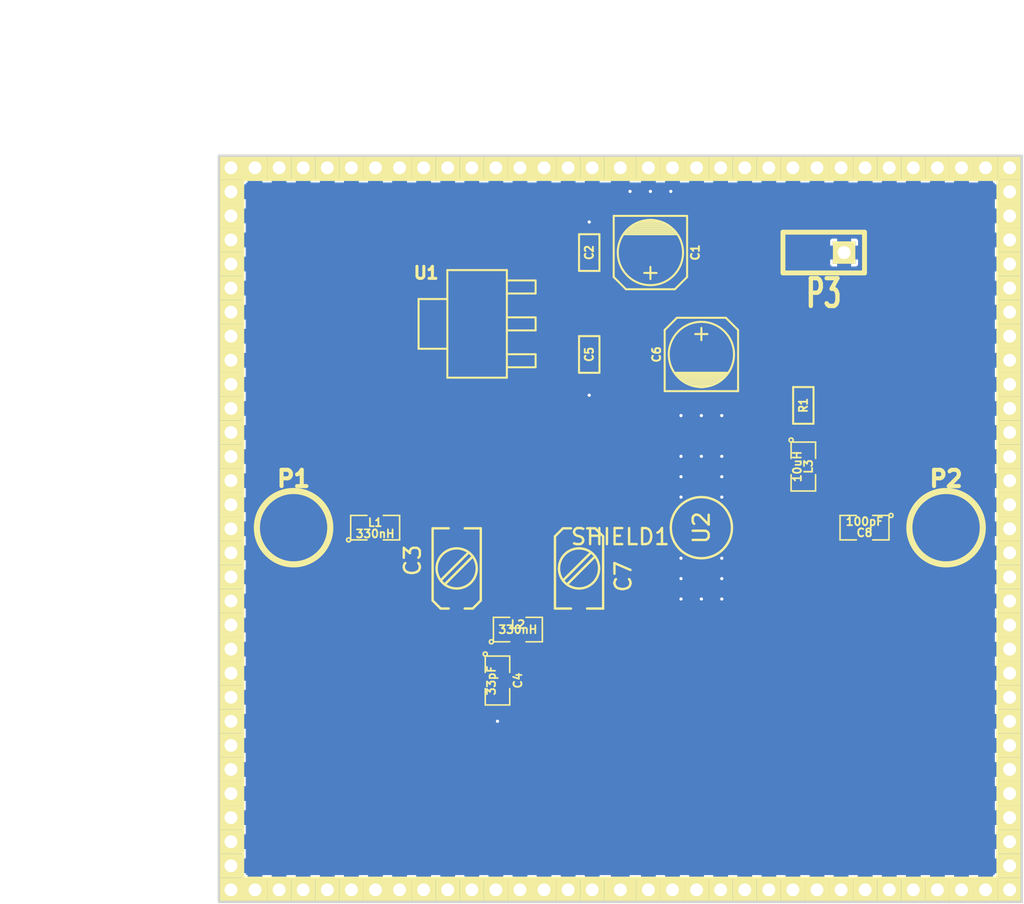
<source format=kicad_pcb>
(kicad_pcb (version 4) (host pcbnew "(2016-01-14 BZR 6468, Git f15af3a)-product")

  (general
    (links 148)
    (no_connects 0)
    (area 115.924999 83.424999 166.075001 130.075001)
    (thickness 1.6)
    (drawings 8)
    (tracks 107)
    (zones 0)
    (modules 18)
    (nets 12)
  )

  (page A4)
  (layers
    (0 F.Cu signal)
    (31 B.Cu signal)
    (32 B.Adhes user)
    (33 F.Adhes user)
    (34 B.Paste user)
    (35 F.Paste user)
    (36 B.SilkS user)
    (37 F.SilkS user)
    (38 B.Mask user)
    (39 F.Mask user)
    (40 Dwgs.User user)
    (41 Cmts.User user)
    (42 Eco1.User user)
    (43 Eco2.User user)
    (44 Edge.Cuts user)
    (45 Margin user)
    (46 B.CrtYd user)
    (47 F.CrtYd user)
    (48 B.Fab user)
    (49 F.Fab user)
  )

  (setup
    (last_trace_width 1)
    (user_trace_width 0.5)
    (user_trace_width 1)
    (user_trace_width 2.18)
    (trace_clearance 0.2)
    (zone_clearance 0.17)
    (zone_45_only no)
    (trace_min 0.2)
    (segment_width 0.2)
    (edge_width 0.15)
    (via_size 0.6)
    (via_drill 0.4)
    (via_min_size 0.4)
    (via_min_drill 0.19)
    (user_via 0.6 0.2)
    (uvia_size 0.3)
    (uvia_drill 0.1)
    (uvias_allowed no)
    (uvia_min_size 0.2)
    (uvia_min_drill 0.1)
    (pcb_text_width 0.3)
    (pcb_text_size 1.5 1.5)
    (mod_edge_width 0.15)
    (mod_text_size 1 1)
    (mod_text_width 0.15)
    (pad_size 1.397 1.397)
    (pad_drill 0.8128)
    (pad_to_mask_clearance 0.2)
    (aux_axis_origin 0 0)
    (visible_elements FFFFFF7F)
    (pcbplotparams
      (layerselection 0x00030_ffffffff)
      (usegerberextensions false)
      (excludeedgelayer true)
      (linewidth 0.100000)
      (plotframeref false)
      (viasonmask false)
      (mode 1)
      (useauxorigin false)
      (hpglpennumber 1)
      (hpglpenspeed 20)
      (hpglpendiameter 15)
      (hpglpenoverlay 2)
      (psnegative false)
      (psa4output false)
      (plotreference true)
      (plotvalue true)
      (plotinvisibletext false)
      (padsonsilk false)
      (subtractmaskfromsilk false)
      (outputformat 1)
      (mirror false)
      (drillshape 1)
      (scaleselection 1)
      (outputdirectory ""))
  )

  (net 0 "")
  (net 1 GND)
  (net 2 "Net-(C3-Pad2)")
  (net 3 "Net-(C3-Pad1)")
  (net 4 +5V)
  (net 5 "Net-(C7-Pad2)")
  (net 6 "Net-(C7-Pad1)")
  (net 7 "Net-(C8-Pad1)")
  (net 8 "Net-(C8-Pad2)")
  (net 9 "Net-(L1-Pad1)")
  (net 10 "Net-(L3-Pad1)")
  (net 11 "Net-(C1-Pad1)")

  (net_class Default "This is the default net class."
    (clearance 0.2)
    (trace_width 0.25)
    (via_dia 0.6)
    (via_drill 0.4)
    (uvia_dia 0.3)
    (uvia_drill 0.1)
    (add_net +5V)
    (add_net GND)
    (add_net "Net-(C1-Pad1)")
    (add_net "Net-(C3-Pad1)")
    (add_net "Net-(C3-Pad2)")
    (add_net "Net-(C7-Pad1)")
    (add_net "Net-(C7-Pad2)")
    (add_net "Net-(C8-Pad1)")
    (add_net "Net-(C8-Pad2)")
    (add_net "Net-(L1-Pad1)")
    (add_net "Net-(L3-Pad1)")
  )

  (module smd_capacitors:c_elec_4x5.3 (layer F.Cu) (tedit 49F5A3DC) (tstamp 57589524)
    (at 142.875 89.535 270)
    (descr "SMT capacitor, aluminium electrolytic, 4x5.3")
    (path /575604AF)
    (fp_text reference C1 (at 0 -2.794 270) (layer F.SilkS)
      (effects (font (size 0.50038 0.50038) (thickness 0.11938)))
    )
    (fp_text value 10uF (at 0 2.794 270) (layer F.SilkS) hide
      (effects (font (size 0.50038 0.50038) (thickness 0.11938)))
    )
    (fp_line (start 1.651 0) (end 0.889 0) (layer F.SilkS) (width 0.127))
    (fp_line (start 1.27 -0.381) (end 1.27 0.381) (layer F.SilkS) (width 0.127))
    (fp_line (start 1.524 2.286) (end -2.286 2.286) (layer F.SilkS) (width 0.127))
    (fp_line (start 2.286 -1.524) (end 2.286 1.524) (layer F.SilkS) (width 0.127))
    (fp_line (start 1.524 2.286) (end 2.286 1.524) (layer F.SilkS) (width 0.127))
    (fp_line (start 1.524 -2.286) (end -2.286 -2.286) (layer F.SilkS) (width 0.127))
    (fp_line (start 1.524 -2.286) (end 2.286 -1.524) (layer F.SilkS) (width 0.127))
    (fp_line (start -2.032 0.127) (end -2.032 -0.127) (layer F.SilkS) (width 0.127))
    (fp_line (start -1.905 -0.635) (end -1.905 0.635) (layer F.SilkS) (width 0.127))
    (fp_line (start -1.778 0.889) (end -1.778 -0.889) (layer F.SilkS) (width 0.127))
    (fp_line (start -1.651 1.143) (end -1.651 -1.143) (layer F.SilkS) (width 0.127))
    (fp_line (start -1.524 -1.27) (end -1.524 1.27) (layer F.SilkS) (width 0.127))
    (fp_line (start -1.397 1.397) (end -1.397 -1.397) (layer F.SilkS) (width 0.127))
    (fp_line (start -1.27 -1.524) (end -1.27 1.524) (layer F.SilkS) (width 0.127))
    (fp_line (start -1.143 -1.651) (end -1.143 1.651) (layer F.SilkS) (width 0.127))
    (fp_circle (center 0 0) (end -2.032 0) (layer F.SilkS) (width 0.127))
    (fp_line (start -2.286 -2.286) (end -2.286 2.286) (layer F.SilkS) (width 0.127))
    (pad 1 smd rect (at 1.80086 0 270) (size 2.60096 1.6002) (layers F.Cu F.Paste F.Mask)
      (net 11 "Net-(C1-Pad1)"))
    (pad 2 smd rect (at -1.80086 0 270) (size 2.60096 1.6002) (layers F.Cu F.Paste F.Mask)
      (net 1 GND))
    (model smd/capacitors/c_elec_4x5_3.wrl
      (at (xyz 0 0 0))
      (scale (xyz 1 1 1))
      (rotate (xyz 0 0 0))
    )
  )

  (module libcms:SM0603 (layer F.Cu) (tedit 4E43A3D1) (tstamp 5758952E)
    (at 139.065 89.535 90)
    (path /57560509)
    (attr smd)
    (fp_text reference C2 (at 0 0 90) (layer F.SilkS)
      (effects (font (size 0.508 0.4572) (thickness 0.1143)))
    )
    (fp_text value 100nf (at 0 0 90) (layer F.SilkS) hide
      (effects (font (size 0.508 0.4572) (thickness 0.1143)))
    )
    (fp_line (start -1.143 -0.635) (end 1.143 -0.635) (layer F.SilkS) (width 0.127))
    (fp_line (start 1.143 -0.635) (end 1.143 0.635) (layer F.SilkS) (width 0.127))
    (fp_line (start 1.143 0.635) (end -1.143 0.635) (layer F.SilkS) (width 0.127))
    (fp_line (start -1.143 0.635) (end -1.143 -0.635) (layer F.SilkS) (width 0.127))
    (pad 1 smd rect (at -0.762 0 90) (size 0.635 1.143) (layers F.Cu F.Paste F.Mask)
      (net 11 "Net-(C1-Pad1)"))
    (pad 2 smd rect (at 0.762 0 90) (size 0.635 1.143) (layers F.Cu F.Paste F.Mask)
      (net 1 GND))
    (model smd\resistors\R0603.wrl
      (at (xyz 0 0 0.001))
      (scale (xyz 0.5 0.5 0.5))
      (rotate (xyz 0 0 0))
    )
  )

  (module misc:TZC3 (layer F.Cu) (tedit 56AD41EF) (tstamp 5758953F)
    (at 130.81 109.22 90)
    (path /5755E3AD)
    (fp_text reference C3 (at 0.5 -2.75 90) (layer F.SilkS)
      (effects (font (size 1 1) (thickness 0.15)))
    )
    (fp_text value 3-10pfF (at 0.5 -4.25 90) (layer F.Fab)
      (effects (font (size 1 1) (thickness 0.15)))
    )
    (fp_line (start -0.75 -1) (end 1 0.75) (layer F.SilkS) (width 0.15))
    (fp_line (start -1 -0.75) (end 0.75 1) (layer F.SilkS) (width 0.15))
    (fp_circle (center 0 0) (end 0 -1.25) (layer F.SilkS) (width 0.15))
    (fp_line (start -2.5 0.5) (end -2.5 1) (layer F.SilkS) (width 0.15))
    (fp_line (start -2.5 1) (end -2 1.5) (layer F.SilkS) (width 0.15))
    (fp_line (start -2 1.5) (end 2.5 1.5) (layer F.SilkS) (width 0.15))
    (fp_line (start 2.5 1.5) (end 2.5 0.5) (layer F.SilkS) (width 0.15))
    (fp_line (start -2.5 -0.5) (end -2.5 -1) (layer F.SilkS) (width 0.15))
    (fp_line (start -2.5 -1) (end -2 -1.5) (layer F.SilkS) (width 0.15))
    (fp_line (start -2 -1.5) (end 2.5 -1.5) (layer F.SilkS) (width 0.15))
    (fp_line (start 2.5 -1.5) (end 2.5 -0.5) (layer F.SilkS) (width 0.15))
    (pad 2 smd rect (at 2.25 0 90) (size 1.2 1) (layers F.Cu F.Paste F.Mask)
      (net 2 "Net-(C3-Pad2)"))
    (pad 1 smd rect (at -2.25 0 90) (size 1.2 1) (layers F.Cu F.Paste F.Mask)
      (net 3 "Net-(C3-Pad1)"))
  )

  (module libcms:SM0805 (layer F.Cu) (tedit 57589E2A) (tstamp 5758954C)
    (at 133.35 116.205 270)
    (path /5755E5AA)
    (attr smd)
    (fp_text reference C4 (at 0 -1.27 270) (layer F.SilkS)
      (effects (font (size 0.50038 0.50038) (thickness 0.10922)))
    )
    (fp_text value 33pF (at 0 0.381 270) (layer F.SilkS)
      (effects (font (size 0.50038 0.50038) (thickness 0.10922)))
    )
    (fp_circle (center -1.651 0.762) (end -1.651 0.635) (layer F.SilkS) (width 0.09906))
    (fp_line (start -0.508 0.762) (end -1.524 0.762) (layer F.SilkS) (width 0.09906))
    (fp_line (start -1.524 0.762) (end -1.524 -0.762) (layer F.SilkS) (width 0.09906))
    (fp_line (start -1.524 -0.762) (end -0.508 -0.762) (layer F.SilkS) (width 0.09906))
    (fp_line (start 0.508 -0.762) (end 1.524 -0.762) (layer F.SilkS) (width 0.09906))
    (fp_line (start 1.524 -0.762) (end 1.524 0.762) (layer F.SilkS) (width 0.09906))
    (fp_line (start 1.524 0.762) (end 0.508 0.762) (layer F.SilkS) (width 0.09906))
    (pad 1 smd rect (at -0.9525 0 270) (size 0.889 1.397) (layers F.Cu F.Paste F.Mask)
      (net 3 "Net-(C3-Pad1)"))
    (pad 2 smd rect (at 0.9525 0 270) (size 0.889 1.397) (layers F.Cu F.Paste F.Mask)
      (net 1 GND))
    (model smd/chip_cms.wrl
      (at (xyz 0 0 0))
      (scale (xyz 0.1 0.1 0.1))
      (rotate (xyz 0 0 0))
    )
  )

  (module libcms:SM0603 (layer F.Cu) (tedit 4E43A3D1) (tstamp 57589556)
    (at 139.065 95.885 270)
    (path /57560988)
    (attr smd)
    (fp_text reference C5 (at 0 0 270) (layer F.SilkS)
      (effects (font (size 0.508 0.4572) (thickness 0.1143)))
    )
    (fp_text value 100nF (at 0 0 270) (layer F.SilkS) hide
      (effects (font (size 0.508 0.4572) (thickness 0.1143)))
    )
    (fp_line (start -1.143 -0.635) (end 1.143 -0.635) (layer F.SilkS) (width 0.127))
    (fp_line (start 1.143 -0.635) (end 1.143 0.635) (layer F.SilkS) (width 0.127))
    (fp_line (start 1.143 0.635) (end -1.143 0.635) (layer F.SilkS) (width 0.127))
    (fp_line (start -1.143 0.635) (end -1.143 -0.635) (layer F.SilkS) (width 0.127))
    (pad 1 smd rect (at -0.762 0 270) (size 0.635 1.143) (layers F.Cu F.Paste F.Mask)
      (net 4 +5V))
    (pad 2 smd rect (at 0.762 0 270) (size 0.635 1.143) (layers F.Cu F.Paste F.Mask)
      (net 1 GND))
    (model smd\resistors\R0603.wrl
      (at (xyz 0 0 0.001))
      (scale (xyz 0.5 0.5 0.5))
      (rotate (xyz 0 0 0))
    )
  )

  (module smd_capacitors:c_elec_4x5.3 (layer F.Cu) (tedit 49F5A3DC) (tstamp 5758956D)
    (at 146.05 95.885 90)
    (descr "SMT capacitor, aluminium electrolytic, 4x5.3")
    (path /57560982)
    (fp_text reference C6 (at 0 -2.794 90) (layer F.SilkS)
      (effects (font (size 0.50038 0.50038) (thickness 0.11938)))
    )
    (fp_text value 10uF (at 0 2.794 90) (layer F.SilkS) hide
      (effects (font (size 0.50038 0.50038) (thickness 0.11938)))
    )
    (fp_line (start 1.651 0) (end 0.889 0) (layer F.SilkS) (width 0.127))
    (fp_line (start 1.27 -0.381) (end 1.27 0.381) (layer F.SilkS) (width 0.127))
    (fp_line (start 1.524 2.286) (end -2.286 2.286) (layer F.SilkS) (width 0.127))
    (fp_line (start 2.286 -1.524) (end 2.286 1.524) (layer F.SilkS) (width 0.127))
    (fp_line (start 1.524 2.286) (end 2.286 1.524) (layer F.SilkS) (width 0.127))
    (fp_line (start 1.524 -2.286) (end -2.286 -2.286) (layer F.SilkS) (width 0.127))
    (fp_line (start 1.524 -2.286) (end 2.286 -1.524) (layer F.SilkS) (width 0.127))
    (fp_line (start -2.032 0.127) (end -2.032 -0.127) (layer F.SilkS) (width 0.127))
    (fp_line (start -1.905 -0.635) (end -1.905 0.635) (layer F.SilkS) (width 0.127))
    (fp_line (start -1.778 0.889) (end -1.778 -0.889) (layer F.SilkS) (width 0.127))
    (fp_line (start -1.651 1.143) (end -1.651 -1.143) (layer F.SilkS) (width 0.127))
    (fp_line (start -1.524 -1.27) (end -1.524 1.27) (layer F.SilkS) (width 0.127))
    (fp_line (start -1.397 1.397) (end -1.397 -1.397) (layer F.SilkS) (width 0.127))
    (fp_line (start -1.27 -1.524) (end -1.27 1.524) (layer F.SilkS) (width 0.127))
    (fp_line (start -1.143 -1.651) (end -1.143 1.651) (layer F.SilkS) (width 0.127))
    (fp_circle (center 0 0) (end -2.032 0) (layer F.SilkS) (width 0.127))
    (fp_line (start -2.286 -2.286) (end -2.286 2.286) (layer F.SilkS) (width 0.127))
    (pad 1 smd rect (at 1.80086 0 90) (size 2.60096 1.6002) (layers F.Cu F.Paste F.Mask)
      (net 4 +5V))
    (pad 2 smd rect (at -1.80086 0 90) (size 2.60096 1.6002) (layers F.Cu F.Paste F.Mask)
      (net 1 GND))
    (model smd/capacitors/c_elec_4x5_3.wrl
      (at (xyz 0 0 0))
      (scale (xyz 1 1 1))
      (rotate (xyz 0 0 0))
    )
  )

  (module misc:TZC3 (layer F.Cu) (tedit 56AD41EF) (tstamp 5758957E)
    (at 138.43 109.22 270)
    (path /5755E56A)
    (fp_text reference C7 (at 0.5 -2.75 270) (layer F.SilkS)
      (effects (font (size 1 1) (thickness 0.15)))
    )
    (fp_text value 3-10pF (at 0.5 -4.25 270) (layer F.Fab)
      (effects (font (size 1 1) (thickness 0.15)))
    )
    (fp_line (start -0.75 -1) (end 1 0.75) (layer F.SilkS) (width 0.15))
    (fp_line (start -1 -0.75) (end 0.75 1) (layer F.SilkS) (width 0.15))
    (fp_circle (center 0 0) (end 0 -1.25) (layer F.SilkS) (width 0.15))
    (fp_line (start -2.5 0.5) (end -2.5 1) (layer F.SilkS) (width 0.15))
    (fp_line (start -2.5 1) (end -2 1.5) (layer F.SilkS) (width 0.15))
    (fp_line (start -2 1.5) (end 2.5 1.5) (layer F.SilkS) (width 0.15))
    (fp_line (start 2.5 1.5) (end 2.5 0.5) (layer F.SilkS) (width 0.15))
    (fp_line (start -2.5 -0.5) (end -2.5 -1) (layer F.SilkS) (width 0.15))
    (fp_line (start -2.5 -1) (end -2 -1.5) (layer F.SilkS) (width 0.15))
    (fp_line (start -2 -1.5) (end 2.5 -1.5) (layer F.SilkS) (width 0.15))
    (fp_line (start 2.5 -1.5) (end 2.5 -0.5) (layer F.SilkS) (width 0.15))
    (pad 2 smd rect (at 2.25 0 270) (size 1.2 1) (layers F.Cu F.Paste F.Mask)
      (net 5 "Net-(C7-Pad2)"))
    (pad 1 smd rect (at -2.25 0 270) (size 1.2 1) (layers F.Cu F.Paste F.Mask)
      (net 6 "Net-(C7-Pad1)"))
  )

  (module libcms:SM0805 (layer F.Cu) (tedit 5091495C) (tstamp 5758958B)
    (at 156.21 106.68 180)
    (path /5755F009)
    (attr smd)
    (fp_text reference C8 (at 0 -0.3175 180) (layer F.SilkS)
      (effects (font (size 0.50038 0.50038) (thickness 0.10922)))
    )
    (fp_text value 100pF (at 0 0.381 180) (layer F.SilkS)
      (effects (font (size 0.50038 0.50038) (thickness 0.10922)))
    )
    (fp_circle (center -1.651 0.762) (end -1.651 0.635) (layer F.SilkS) (width 0.09906))
    (fp_line (start -0.508 0.762) (end -1.524 0.762) (layer F.SilkS) (width 0.09906))
    (fp_line (start -1.524 0.762) (end -1.524 -0.762) (layer F.SilkS) (width 0.09906))
    (fp_line (start -1.524 -0.762) (end -0.508 -0.762) (layer F.SilkS) (width 0.09906))
    (fp_line (start 0.508 -0.762) (end 1.524 -0.762) (layer F.SilkS) (width 0.09906))
    (fp_line (start 1.524 -0.762) (end 1.524 0.762) (layer F.SilkS) (width 0.09906))
    (fp_line (start 1.524 0.762) (end 0.508 0.762) (layer F.SilkS) (width 0.09906))
    (pad 1 smd rect (at -0.9525 0 180) (size 0.889 1.397) (layers F.Cu F.Paste F.Mask)
      (net 7 "Net-(C8-Pad1)"))
    (pad 2 smd rect (at 0.9525 0 180) (size 0.889 1.397) (layers F.Cu F.Paste F.Mask)
      (net 8 "Net-(C8-Pad2)"))
    (model smd/chip_cms.wrl
      (at (xyz 0 0 0))
      (scale (xyz 0.1 0.1 0.1))
      (rotate (xyz 0 0 0))
    )
  )

  (module libcms:SM0805 (layer F.Cu) (tedit 5091495C) (tstamp 57589598)
    (at 125.73 106.68)
    (path /5755E2D1)
    (attr smd)
    (fp_text reference L1 (at 0 -0.3175) (layer F.SilkS)
      (effects (font (size 0.50038 0.50038) (thickness 0.10922)))
    )
    (fp_text value 330nH (at 0 0.381) (layer F.SilkS)
      (effects (font (size 0.50038 0.50038) (thickness 0.10922)))
    )
    (fp_circle (center -1.651 0.762) (end -1.651 0.635) (layer F.SilkS) (width 0.09906))
    (fp_line (start -0.508 0.762) (end -1.524 0.762) (layer F.SilkS) (width 0.09906))
    (fp_line (start -1.524 0.762) (end -1.524 -0.762) (layer F.SilkS) (width 0.09906))
    (fp_line (start -1.524 -0.762) (end -0.508 -0.762) (layer F.SilkS) (width 0.09906))
    (fp_line (start 0.508 -0.762) (end 1.524 -0.762) (layer F.SilkS) (width 0.09906))
    (fp_line (start 1.524 -0.762) (end 1.524 0.762) (layer F.SilkS) (width 0.09906))
    (fp_line (start 1.524 0.762) (end 0.508 0.762) (layer F.SilkS) (width 0.09906))
    (pad 1 smd rect (at -0.9525 0) (size 0.889 1.397) (layers F.Cu F.Paste F.Mask)
      (net 9 "Net-(L1-Pad1)"))
    (pad 2 smd rect (at 0.9525 0) (size 0.889 1.397) (layers F.Cu F.Paste F.Mask)
      (net 2 "Net-(C3-Pad2)"))
    (model smd/chip_cms.wrl
      (at (xyz 0 0 0))
      (scale (xyz 0.1 0.1 0.1))
      (rotate (xyz 0 0 0))
    )
  )

  (module libcms:SM0805 (layer F.Cu) (tedit 57589476) (tstamp 575895A5)
    (at 134.62 113.03)
    (path /5755E358)
    (attr smd)
    (fp_text reference L2 (at 0 -0.3175) (layer F.SilkS)
      (effects (font (size 0.50038 0.50038) (thickness 0.10922)))
    )
    (fp_text value 330nH (at 0 0) (layer F.SilkS)
      (effects (font (size 0.50038 0.50038) (thickness 0.10922)))
    )
    (fp_circle (center -1.651 0.762) (end -1.651 0.635) (layer F.SilkS) (width 0.09906))
    (fp_line (start -0.508 0.762) (end -1.524 0.762) (layer F.SilkS) (width 0.09906))
    (fp_line (start -1.524 0.762) (end -1.524 -0.762) (layer F.SilkS) (width 0.09906))
    (fp_line (start -1.524 -0.762) (end -0.508 -0.762) (layer F.SilkS) (width 0.09906))
    (fp_line (start 0.508 -0.762) (end 1.524 -0.762) (layer F.SilkS) (width 0.09906))
    (fp_line (start 1.524 -0.762) (end 1.524 0.762) (layer F.SilkS) (width 0.09906))
    (fp_line (start 1.524 0.762) (end 0.508 0.762) (layer F.SilkS) (width 0.09906))
    (pad 1 smd rect (at -0.9525 0) (size 0.889 1.397) (layers F.Cu F.Paste F.Mask)
      (net 3 "Net-(C3-Pad1)"))
    (pad 2 smd rect (at 0.9525 0) (size 0.889 1.397) (layers F.Cu F.Paste F.Mask)
      (net 5 "Net-(C7-Pad2)"))
    (model smd/chip_cms.wrl
      (at (xyz 0 0 0))
      (scale (xyz 0.1 0.1 0.1))
      (rotate (xyz 0 0 0))
    )
  )

  (module libcms:SM0805 (layer F.Cu) (tedit 5091495C) (tstamp 575895B2)
    (at 152.4 102.87 270)
    (path /5755EA9F)
    (attr smd)
    (fp_text reference L3 (at 0 -0.3175 270) (layer F.SilkS)
      (effects (font (size 0.50038 0.50038) (thickness 0.10922)))
    )
    (fp_text value 10uH (at 0 0.381 270) (layer F.SilkS)
      (effects (font (size 0.50038 0.50038) (thickness 0.10922)))
    )
    (fp_circle (center -1.651 0.762) (end -1.651 0.635) (layer F.SilkS) (width 0.09906))
    (fp_line (start -0.508 0.762) (end -1.524 0.762) (layer F.SilkS) (width 0.09906))
    (fp_line (start -1.524 0.762) (end -1.524 -0.762) (layer F.SilkS) (width 0.09906))
    (fp_line (start -1.524 -0.762) (end -0.508 -0.762) (layer F.SilkS) (width 0.09906))
    (fp_line (start 0.508 -0.762) (end 1.524 -0.762) (layer F.SilkS) (width 0.09906))
    (fp_line (start 1.524 -0.762) (end 1.524 0.762) (layer F.SilkS) (width 0.09906))
    (fp_line (start 1.524 0.762) (end 0.508 0.762) (layer F.SilkS) (width 0.09906))
    (pad 1 smd rect (at -0.9525 0 270) (size 0.889 1.397) (layers F.Cu F.Paste F.Mask)
      (net 10 "Net-(L3-Pad1)"))
    (pad 2 smd rect (at 0.9525 0 270) (size 0.889 1.397) (layers F.Cu F.Paste F.Mask)
      (net 8 "Net-(C8-Pad2)"))
    (model smd/chip_cms.wrl
      (at (xyz 0 0 0))
      (scale (xyz 0.1 0.1 0.1))
      (rotate (xyz 0 0 0))
    )
  )

  (module libcms:SM0603 (layer F.Cu) (tedit 4E43A3D1) (tstamp 575895CE)
    (at 152.4 99.06 270)
    (path /5755EB07)
    (attr smd)
    (fp_text reference R1 (at 0 0 270) (layer F.SilkS)
      (effects (font (size 0.508 0.4572) (thickness 0.1143)))
    )
    (fp_text value 91 (at 0 0 270) (layer F.SilkS) hide
      (effects (font (size 0.508 0.4572) (thickness 0.1143)))
    )
    (fp_line (start -1.143 -0.635) (end 1.143 -0.635) (layer F.SilkS) (width 0.127))
    (fp_line (start 1.143 -0.635) (end 1.143 0.635) (layer F.SilkS) (width 0.127))
    (fp_line (start 1.143 0.635) (end -1.143 0.635) (layer F.SilkS) (width 0.127))
    (fp_line (start -1.143 0.635) (end -1.143 -0.635) (layer F.SilkS) (width 0.127))
    (pad 1 smd rect (at -0.762 0 270) (size 0.635 1.143) (layers F.Cu F.Paste F.Mask)
      (net 4 +5V))
    (pad 2 smd rect (at 0.762 0 270) (size 0.635 1.143) (layers F.Cu F.Paste F.Mask)
      (net 10 "Net-(L3-Pad1)"))
    (model smd\resistors\R0603.wrl
      (at (xyz 0 0 0.001))
      (scale (xyz 0.5 0.5 0.5))
      (rotate (xyz 0 0 0))
    )
  )

  (module misc:sot223 (layer F.Cu) (tedit 5564C941) (tstamp 575895E6)
    (at 132.08 93.98 90)
    (descr SOT223)
    (path /575600BB)
    (fp_text reference U1 (at 3.175 -3.175 180) (layer F.SilkS)
      (effects (font (size 0.75 0.75) (thickness 0.2)))
    )
    (fp_text value LM1117-5 (at 0 1.0414 90) (layer F.SilkS) hide
      (effects (font (size 1.00076 1.00076) (thickness 0.20066)))
    )
    (fp_line (start -1.5494 -3.6449) (end 1.5494 -3.6449) (layer F.SilkS) (width 0.127))
    (fp_line (start 1.5494 -3.6449) (end 1.5494 -1.8542) (layer F.SilkS) (width 0.127))
    (fp_line (start -1.5494 -3.6449) (end -1.5494 -1.8542) (layer F.SilkS) (width 0.127))
    (fp_line (start 1.8923 3.6449) (end 2.7051 3.6449) (layer F.SilkS) (width 0.127))
    (fp_line (start 2.7051 3.6449) (end 2.7051 1.8542) (layer F.SilkS) (width 0.127))
    (fp_line (start 1.8923 3.6449) (end 1.8923 1.8542) (layer F.SilkS) (width 0.127))
    (fp_line (start -0.4064 3.6449) (end -0.4064 1.8542) (layer F.SilkS) (width 0.127))
    (fp_line (start 0.4064 3.6449) (end 0.4064 1.8542) (layer F.SilkS) (width 0.127))
    (fp_line (start -0.4064 3.6449) (end 0.4064 3.6449) (layer F.SilkS) (width 0.127))
    (fp_line (start -2.7051 3.6449) (end -1.8923 3.6449) (layer F.SilkS) (width 0.127))
    (fp_line (start -1.8923 3.6449) (end -1.8923 1.8542) (layer F.SilkS) (width 0.127))
    (fp_line (start -2.7051 3.6449) (end -2.7051 1.8542) (layer F.SilkS) (width 0.127))
    (fp_line (start 3.3528 1.8542) (end -3.3528 1.8542) (layer F.SilkS) (width 0.127))
    (fp_line (start -3.3528 1.8542) (end -3.3528 -1.8542) (layer F.SilkS) (width 0.127))
    (fp_line (start -3.3528 -1.8542) (end 3.3528 -1.8542) (layer F.SilkS) (width 0.127))
    (fp_line (start 3.3528 -1.8542) (end 3.3528 1.8542) (layer F.SilkS) (width 0.127))
    (pad 1 smd rect (at -2.30124 2.99974 90) (size 1.30048 1.80086) (layers F.Cu F.Paste F.Mask)
      (net 1 GND))
    (pad 2 smd rect (at 0 2.99974 90) (size 1.30048 1.80086) (layers F.Cu F.Paste F.Mask)
      (net 4 +5V))
    (pad 3 smd rect (at 2.30124 2.99974 90) (size 1.30048 1.80086) (layers F.Cu F.Paste F.Mask)
      (net 11 "Net-(C1-Pad1)"))
    (pad 4 smd rect (at 0 -2.99974 90) (size 3.79984 1.80086) (layers F.Cu F.Paste F.Mask))
    (model walter/smd_trans/sot223.wrl
      (at (xyz 0 0 0))
      (scale (xyz 1 1 1))
      (rotate (xyz 0 0 0))
    )
  )

  (module misc:VV105 (layer F.Cu) (tedit 57589E16) (tstamp 575895EF)
    (at 146.05 106.68 270)
    (path /5755E86C)
    (fp_text reference U2 (at 0 0 270) (layer F.SilkS)
      (effects (font (size 1 1) (thickness 0.15)))
    )
    (fp_text value MAR-6+ (at 4.826 4.572 270) (layer F.Fab)
      (effects (font (size 1 1) (thickness 0.15)))
    )
    (fp_circle (center 0 0) (end 0 -1.905) (layer F.SilkS) (width 0.15))
    (pad 1 smd rect (at 0 2.794 270) (size 1.1 2) (layers F.Cu F.Paste F.Mask)
      (net 6 "Net-(C7-Pad1)"))
    (pad 3 smd rect (at 0 -2.794 270) (size 1.1 2) (layers F.Cu F.Paste F.Mask)
      (net 8 "Net-(C8-Pad2)"))
    (pad 2 smd rect (at 2.794 0) (size 1.1 2) (layers F.Cu F.Paste F.Mask)
      (net 1 GND))
    (pad 4 smd rect (at -2.794 0) (size 1.1 2) (layers F.Cu F.Paste F.Mask)
      (net 1 GND))
  )

  (module connect:1pin (layer F.Cu) (tedit 575893A2) (tstamp 5758C5FC)
    (at 120.65 106.68)
    (descr "module 1 pin (ou trou mecanique de percage)")
    (tags DEV)
    (path /5755E110)
    (fp_text reference P1 (at 0 -3.048) (layer F.SilkS)
      (effects (font (size 1.016 1.016) (thickness 0.254)))
    )
    (fp_text value CONN_1 (at 0 2.794) (layer F.SilkS) hide
      (effects (font (size 1.016 1.016) (thickness 0.254)))
    )
    (fp_circle (center 0 0) (end 0 -2.286) (layer F.SilkS) (width 0.381))
    (pad 1 smd circle (at 0 0) (size 2.5 2.5) (layers F.Cu F.Paste F.Mask)
      (net 9 "Net-(L1-Pad1)"))
  )

  (module connect:1pin (layer F.Cu) (tedit 57589371) (tstamp 5758C600)
    (at 161.29 106.68)
    (descr "module 1 pin (ou trou mecanique de percage)")
    (tags DEV)
    (path /5755EBDB)
    (fp_text reference P2 (at 0 -3.048) (layer F.SilkS)
      (effects (font (size 1.016 1.016) (thickness 0.254)))
    )
    (fp_text value CONN_1 (at 0 2.794) (layer F.SilkS) hide
      (effects (font (size 1.016 1.016) (thickness 0.254)))
    )
    (fp_circle (center 0 0) (end 0 -2.286) (layer F.SilkS) (width 0.381))
    (pad 1 smd circle (at 0 0) (size 2.5 2.5) (layers F.Cu F.Paste F.Mask)
      (net 7 "Net-(C8-Pad1)"))
  )

  (module connect:SIL-2 (layer F.Cu) (tedit 57589BAD) (tstamp 5758FA12)
    (at 153.67 89.535 180)
    (descr "Connecteurs 2 pins")
    (tags "CONN DEV")
    (path /57589A35)
    (fp_text reference P3 (at 0 -2.54 180) (layer F.SilkS)
      (effects (font (size 1.72974 1.08712) (thickness 0.3048)))
    )
    (fp_text value CONN_2 (at 0 -2.54 180) (layer F.SilkS) hide
      (effects (font (size 1.524 1.016) (thickness 0.3048)))
    )
    (fp_line (start -2.54 1.27) (end -2.54 -1.27) (layer F.SilkS) (width 0.3048))
    (fp_line (start -2.54 -1.27) (end 2.54 -1.27) (layer F.SilkS) (width 0.3048))
    (fp_line (start 2.54 -1.27) (end 2.54 1.27) (layer F.SilkS) (width 0.3048))
    (fp_line (start 2.54 1.27) (end -2.54 1.27) (layer F.SilkS) (width 0.3048))
    (pad 1 thru_hole rect (at -1.27 0 180) (size 1.397 1.397) (drill 0.8128) (layers *.Cu *.Mask F.SilkS)
      (net 1 GND))
    (pad 2 smd circle (at 1.27 0 180) (size 1.397 1.397) (layers F.Cu F.Paste F.Mask)
      (net 11 "Net-(C1-Pad1)"))
  )

  (module misc:teko371 (layer F.Cu) (tedit 5759BA02) (tstamp 5759CE00)
    (at 141 106.75)
    (path /57589F67)
    (fp_text reference SHIELD1 (at 0 0.5) (layer F.SilkS)
      (effects (font (size 1 1) (thickness 0.15)))
    )
    (fp_text value CONN_1 (at 0 -0.5) (layer F.Fab)
      (effects (font (size 1 1) (thickness 0.15)))
    )
    (fp_line (start -23.5 -21.75) (end 23.5 -21.75) (layer F.SilkS) (width 0.15))
    (fp_line (start 23.5 -21.75) (end 23.5 21.75) (layer F.SilkS) (width 0.15))
    (fp_line (start 23.5 21.75) (end -23.5 21.75) (layer F.SilkS) (width 0.15))
    (fp_line (start -23.5 21.75) (end -23.5 -21.75) (layer F.SilkS) (width 0.15))
    (pad 1 thru_hole rect (at 22.75 -22.5) (size 1.5 1.5) (drill 0.8) (layers *.Cu *.Mask F.SilkS)
      (net 1 GND))
    (pad 1 thru_hole rect (at 21.25 -22.5) (size 1.5 1.5) (drill 0.8) (layers *.Cu *.Mask F.SilkS)
      (net 1 GND))
    (pad 1 thru_hole rect (at 19.75 -22.5) (size 1.5 1.5) (drill 0.8) (layers *.Cu *.Mask F.SilkS)
      (net 1 GND))
    (pad 1 thru_hole rect (at 18.25 -22.5) (size 1.5 1.5) (drill 0.8) (layers *.Cu *.Mask F.SilkS)
      (net 1 GND))
    (pad 1 thru_hole rect (at 16.75 -22.5) (size 1.5 1.5) (drill 0.8) (layers *.Cu *.Mask F.SilkS)
      (net 1 GND))
    (pad 1 thru_hole rect (at 15.25 -22.5) (size 1.5 1.5) (drill 0.8) (layers *.Cu *.Mask F.SilkS)
      (net 1 GND))
    (pad 1 thru_hole rect (at 13.75 -22.5) (size 1.5 1.5) (drill 0.8) (layers *.Cu *.Mask F.SilkS)
      (net 1 GND))
    (pad 1 thru_hole rect (at 12.25 -22.5) (size 1.5 1.5) (drill 0.8) (layers *.Cu *.Mask F.SilkS)
      (net 1 GND))
    (pad 1 thru_hole rect (at 10.75 -22.5) (size 1.5 1.5) (drill 0.8) (layers *.Cu *.Mask F.SilkS)
      (net 1 GND))
    (pad 1 thru_hole rect (at 9.25 -22.5) (size 1.5 1.5) (drill 0.8) (layers *.Cu *.Mask F.SilkS)
      (net 1 GND))
    (pad 1 thru_hole rect (at 7.75 -22.5) (size 1.5 1.5) (drill 0.8) (layers *.Cu *.Mask F.SilkS)
      (net 1 GND))
    (pad 1 thru_hole rect (at 6.25 -22.5) (size 1.5 1.5) (drill 0.8) (layers *.Cu *.Mask F.SilkS)
      (net 1 GND))
    (pad 1 thru_hole rect (at 4.75 -22.5) (size 1.5 1.5) (drill 0.8) (layers *.Cu *.Mask F.SilkS)
      (net 1 GND))
    (pad 1 thru_hole rect (at 3.25 -22.5) (size 1.5 1.5) (drill 0.8) (layers *.Cu *.Mask F.SilkS)
      (net 1 GND))
    (pad 1 thru_hole rect (at 1.75 -22.5) (size 1.5 1.5) (drill 0.8) (layers *.Cu *.Mask F.SilkS)
      (net 1 GND))
    (pad 1 thru_hole rect (at -22.75 -22.5) (size 1.5 1.5) (drill 0.8) (layers *.Cu *.Mask F.SilkS)
      (net 1 GND))
    (pad 1 thru_hole rect (at -21.25 -22.5) (size 1.5 1.5) (drill 0.8) (layers *.Cu *.Mask F.SilkS)
      (net 1 GND))
    (pad 1 thru_hole rect (at -19.75 -22.5) (size 1.5 1.5) (drill 0.8) (layers *.Cu *.Mask F.SilkS)
      (net 1 GND))
    (pad 1 thru_hole rect (at -18.25 -22.5) (size 1.5 1.5) (drill 0.8) (layers *.Cu *.Mask F.SilkS)
      (net 1 GND))
    (pad 1 thru_hole rect (at -16.75 -22.5) (size 1.5 1.5) (drill 0.8) (layers *.Cu *.Mask F.SilkS)
      (net 1 GND))
    (pad 1 thru_hole rect (at -15.25 -22.5) (size 1.5 1.5) (drill 0.8) (layers *.Cu *.Mask F.SilkS)
      (net 1 GND))
    (pad 1 thru_hole rect (at -13.75 -22.5) (size 1.5 1.5) (drill 0.8) (layers *.Cu *.Mask F.SilkS)
      (net 1 GND))
    (pad 1 thru_hole rect (at -12.25 -22.5) (size 1.5 1.5) (drill 0.8) (layers *.Cu *.Mask F.SilkS)
      (net 1 GND))
    (pad 1 thru_hole rect (at -10.75 -22.5) (size 1.5 1.5) (drill 0.8) (layers *.Cu *.Mask F.SilkS)
      (net 1 GND))
    (pad 1 thru_hole rect (at -9.25 -22.5) (size 1.5 1.5) (drill 0.8) (layers *.Cu *.Mask F.SilkS)
      (net 1 GND))
    (pad 1 thru_hole rect (at -7.75 -22.5) (size 1.5 1.5) (drill 0.8) (layers *.Cu *.Mask F.SilkS)
      (net 1 GND))
    (pad 1 thru_hole rect (at -6.25 -22.5) (size 1.5 1.5) (drill 0.8) (layers *.Cu *.Mask F.SilkS)
      (net 1 GND))
    (pad 1 thru_hole rect (at -4.75 -22.5) (size 1.5 1.5) (drill 0.8) (layers *.Cu *.Mask F.SilkS)
      (net 1 GND))
    (pad 1 thru_hole rect (at -3.25 -22.5) (size 1.5 1.5) (drill 0.8) (layers *.Cu *.Mask F.SilkS)
      (net 1 GND))
    (pad 1 thru_hole rect (at -1.75 -22.5) (size 1.5 1.5) (drill 0.8) (layers *.Cu *.Mask F.SilkS)
      (net 1 GND))
    (pad 1 thru_hole rect (at 0 -22.5) (size 2 1.5) (drill 0.8) (layers *.Cu *.Mask F.SilkS)
      (net 1 GND))
    (pad 1 thru_hole rect (at 24.25 22.5) (size 1.5 1.5) (drill 0.8) (layers *.Cu *.Mask F.SilkS)
      (net 1 GND))
    (pad 1 thru_hole rect (at 24.25 21) (size 1.5 1.5) (drill 0.8) (layers *.Cu *.Mask F.SilkS)
      (net 1 GND))
    (pad 1 thru_hole rect (at 24.25 19.5) (size 1.5 1.5) (drill 0.8) (layers *.Cu *.Mask F.SilkS)
      (net 1 GND))
    (pad 1 thru_hole rect (at 24.25 18) (size 1.5 1.5) (drill 0.8) (layers *.Cu *.Mask F.SilkS)
      (net 1 GND))
    (pad 1 thru_hole rect (at 24.25 16.5) (size 1.5 1.5) (drill 0.8) (layers *.Cu *.Mask F.SilkS)
      (net 1 GND))
    (pad 1 thru_hole rect (at 24.25 15) (size 1.5 1.5) (drill 0.8) (layers *.Cu *.Mask F.SilkS)
      (net 1 GND))
    (pad 1 thru_hole rect (at 24.25 13.5) (size 1.5 1.5) (drill 0.8) (layers *.Cu *.Mask F.SilkS)
      (net 1 GND))
    (pad 1 thru_hole rect (at 24.25 12) (size 1.5 1.5) (drill 0.8) (layers *.Cu *.Mask F.SilkS)
      (net 1 GND))
    (pad 1 thru_hole rect (at 24.25 10.5) (size 1.5 1.5) (drill 0.8) (layers *.Cu *.Mask F.SilkS)
      (net 1 GND))
    (pad 1 thru_hole rect (at 24.25 9) (size 1.5 1.5) (drill 0.8) (layers *.Cu *.Mask F.SilkS)
      (net 1 GND))
    (pad 1 thru_hole rect (at 24.25 7.5) (size 1.5 1.5) (drill 0.8) (layers *.Cu *.Mask F.SilkS)
      (net 1 GND))
    (pad 1 thru_hole rect (at 24.25 6) (size 1.5 1.5) (drill 0.8) (layers *.Cu *.Mask F.SilkS)
      (net 1 GND))
    (pad 1 thru_hole rect (at 24.25 4.5) (size 1.5 1.5) (drill 0.8) (layers *.Cu *.Mask F.SilkS)
      (net 1 GND))
    (pad 1 thru_hole rect (at 24.25 3) (size 1.5 1.5) (drill 0.8) (layers *.Cu *.Mask F.SilkS)
      (net 1 GND))
    (pad 1 thru_hole rect (at 24.25 1.5) (size 1.5 1.5) (drill 0.8) (layers *.Cu *.Mask F.SilkS)
      (net 1 GND))
    (pad 1 thru_hole rect (at 24.25 0) (size 1.5 1.5) (drill 0.8) (layers *.Cu *.Mask F.SilkS)
      (net 1 GND))
    (pad 1 thru_hole rect (at 24.25 -1.5) (size 1.5 1.5) (drill 0.8) (layers *.Cu *.Mask F.SilkS)
      (net 1 GND))
    (pad 1 thru_hole rect (at 24.25 -3) (size 1.5 1.5) (drill 0.8) (layers *.Cu *.Mask F.SilkS)
      (net 1 GND))
    (pad 1 thru_hole rect (at 24.25 -4.5) (size 1.5 1.5) (drill 0.8) (layers *.Cu *.Mask F.SilkS)
      (net 1 GND))
    (pad 1 thru_hole rect (at 24.25 -6) (size 1.5 1.5) (drill 0.8) (layers *.Cu *.Mask F.SilkS)
      (net 1 GND))
    (pad 1 thru_hole rect (at 24.25 -7.5) (size 1.5 1.5) (drill 0.8) (layers *.Cu *.Mask F.SilkS)
      (net 1 GND))
    (pad 1 thru_hole rect (at 24.25 -9) (size 1.5 1.5) (drill 0.8) (layers *.Cu *.Mask F.SilkS)
      (net 1 GND))
    (pad 1 thru_hole rect (at 24.25 -10.5) (size 1.5 1.5) (drill 0.8) (layers *.Cu *.Mask F.SilkS)
      (net 1 GND))
    (pad 1 thru_hole rect (at 24.25 -12) (size 1.5 1.5) (drill 0.8) (layers *.Cu *.Mask F.SilkS)
      (net 1 GND))
    (pad 1 thru_hole rect (at 24.25 -13.5) (size 1.5 1.5) (drill 0.8) (layers *.Cu *.Mask F.SilkS)
      (net 1 GND))
    (pad 1 thru_hole rect (at 24.25 -15) (size 1.5 1.5) (drill 0.8) (layers *.Cu *.Mask F.SilkS)
      (net 1 GND))
    (pad 1 thru_hole rect (at 24.25 -16.5) (size 1.5 1.5) (drill 0.8) (layers *.Cu *.Mask F.SilkS)
      (net 1 GND))
    (pad 1 thru_hole rect (at 24.25 -18) (size 1.5 1.5) (drill 0.8) (layers *.Cu *.Mask F.SilkS)
      (net 1 GND))
    (pad 1 thru_hole rect (at 24.25 -19.5) (size 1.5 1.5) (drill 0.8) (layers *.Cu *.Mask F.SilkS)
      (net 1 GND))
    (pad 1 thru_hole rect (at 24.25 -21) (size 1.5 1.5) (drill 0.8) (layers *.Cu *.Mask F.SilkS)
      (net 1 GND))
    (pad 1 thru_hole rect (at 24.25 -22.5) (size 1.5 1.5) (drill 0.8) (layers *.Cu *.Mask F.SilkS)
      (net 1 GND))
    (pad 1 thru_hole rect (at -24.25 -22.5) (size 1.5 1.5) (drill 0.8) (layers *.Cu *.Mask F.SilkS)
      (net 1 GND))
    (pad 1 thru_hole rect (at -24.25 -21) (size 1.5 1.5) (drill 0.8) (layers *.Cu *.Mask F.SilkS)
      (net 1 GND))
    (pad 1 thru_hole rect (at -24.25 -19.5) (size 1.5 1.5) (drill 0.8) (layers *.Cu *.Mask F.SilkS)
      (net 1 GND))
    (pad 1 thru_hole rect (at -24.25 -18) (size 1.5 1.5) (drill 0.8) (layers *.Cu *.Mask F.SilkS)
      (net 1 GND))
    (pad 1 thru_hole rect (at -24.25 -16.5) (size 1.5 1.5) (drill 0.8) (layers *.Cu *.Mask F.SilkS)
      (net 1 GND))
    (pad 1 thru_hole rect (at -24.25 -15) (size 1.5 1.5) (drill 0.8) (layers *.Cu *.Mask F.SilkS)
      (net 1 GND))
    (pad 1 thru_hole rect (at -24.25 -13.5) (size 1.5 1.5) (drill 0.8) (layers *.Cu *.Mask F.SilkS)
      (net 1 GND))
    (pad 1 thru_hole rect (at -24.25 -12) (size 1.5 1.5) (drill 0.8) (layers *.Cu *.Mask F.SilkS)
      (net 1 GND))
    (pad 1 thru_hole rect (at -24.25 -10.5) (size 1.5 1.5) (drill 0.8) (layers *.Cu *.Mask F.SilkS)
      (net 1 GND))
    (pad 1 thru_hole rect (at -24.25 -9) (size 1.5 1.5) (drill 0.8) (layers *.Cu *.Mask F.SilkS)
      (net 1 GND))
    (pad 1 thru_hole rect (at -24.25 -7.5) (size 1.5 1.5) (drill 0.8) (layers *.Cu *.Mask F.SilkS)
      (net 1 GND))
    (pad 1 thru_hole rect (at -24.25 -6) (size 1.5 1.5) (drill 0.8) (layers *.Cu *.Mask F.SilkS)
      (net 1 GND))
    (pad 1 thru_hole rect (at -24.25 -4.5) (size 1.5 1.5) (drill 0.8) (layers *.Cu *.Mask F.SilkS)
      (net 1 GND))
    (pad 1 thru_hole rect (at -24.25 -3) (size 1.5 1.5) (drill 0.8) (layers *.Cu *.Mask F.SilkS)
      (net 1 GND))
    (pad 1 thru_hole rect (at -24.25 -1.5) (size 1.5 1.5) (drill 0.8) (layers *.Cu *.Mask F.SilkS)
      (net 1 GND))
    (pad 1 thru_hole rect (at -24.25 0) (size 1.5 1.5) (drill 0.8) (layers *.Cu *.Mask F.SilkS)
      (net 1 GND))
    (pad 1 thru_hole rect (at -24.25 1.5) (size 1.5 1.5) (drill 0.8) (layers *.Cu *.Mask F.SilkS)
      (net 1 GND))
    (pad 1 thru_hole rect (at -24.25 3) (size 1.5 1.5) (drill 0.8) (layers *.Cu *.Mask F.SilkS)
      (net 1 GND))
    (pad 1 thru_hole rect (at -24.25 4.5) (size 1.5 1.5) (drill 0.8) (layers *.Cu *.Mask F.SilkS)
      (net 1 GND))
    (pad 1 thru_hole rect (at -24.25 6) (size 1.5 1.5) (drill 0.8) (layers *.Cu *.Mask F.SilkS)
      (net 1 GND))
    (pad 1 thru_hole rect (at -24.25 7.5) (size 1.5 1.5) (drill 0.8) (layers *.Cu *.Mask F.SilkS)
      (net 1 GND))
    (pad 1 thru_hole rect (at -24.25 9) (size 1.5 1.5) (drill 0.8) (layers *.Cu *.Mask F.SilkS)
      (net 1 GND))
    (pad 1 thru_hole rect (at -24.25 10.5) (size 1.5 1.5) (drill 0.8) (layers *.Cu *.Mask F.SilkS)
      (net 1 GND))
    (pad 1 thru_hole rect (at -24.25 12) (size 1.5 1.5) (drill 0.8) (layers *.Cu *.Mask F.SilkS)
      (net 1 GND))
    (pad 1 thru_hole rect (at -24.25 13.5) (size 1.5 1.5) (drill 0.8) (layers *.Cu *.Mask F.SilkS)
      (net 1 GND))
    (pad 1 thru_hole rect (at -24.25 15) (size 1.5 1.5) (drill 0.8) (layers *.Cu *.Mask F.SilkS)
      (net 1 GND))
    (pad 1 thru_hole rect (at -24.25 16.5) (size 1.5 1.5) (drill 0.8) (layers *.Cu *.Mask F.SilkS)
      (net 1 GND))
    (pad 1 thru_hole rect (at -24.25 18) (size 1.5 1.5) (drill 0.8) (layers *.Cu *.Mask F.SilkS)
      (net 1 GND))
    (pad 1 thru_hole rect (at -24.25 19.5) (size 1.5 1.5) (drill 0.8) (layers *.Cu *.Mask F.SilkS)
      (net 1 GND))
    (pad 1 thru_hole rect (at -24.25 21) (size 1.5 1.5) (drill 0.8) (layers *.Cu *.Mask F.SilkS)
      (net 1 GND))
    (pad 1 thru_hole rect (at -24.25 22.5) (size 1.5 1.5) (drill 0.8) (layers *.Cu *.Mask F.SilkS)
      (net 1 GND))
    (pad 1 thru_hole rect (at 0 22.5) (size 2 1.5) (drill 0.8) (layers *.Cu *.Mask F.SilkS)
      (net 1 GND))
    (pad 1 thru_hole rect (at -1.75 22.5) (size 1.5 1.5) (drill 0.8) (layers *.Cu *.Mask F.SilkS)
      (net 1 GND))
    (pad 1 thru_hole rect (at -3.25 22.5) (size 1.5 1.5) (drill 0.8) (layers *.Cu *.Mask F.SilkS)
      (net 1 GND))
    (pad 1 thru_hole rect (at -4.75 22.5) (size 1.5 1.5) (drill 0.8) (layers *.Cu *.Mask F.SilkS)
      (net 1 GND))
    (pad 1 thru_hole rect (at -6.25 22.5) (size 1.5 1.5) (drill 0.8) (layers *.Cu *.Mask F.SilkS)
      (net 1 GND))
    (pad 1 thru_hole rect (at -7.75 22.5) (size 1.5 1.5) (drill 0.8) (layers *.Cu *.Mask F.SilkS)
      (net 1 GND))
    (pad 1 thru_hole rect (at -9.25 22.5) (size 1.5 1.5) (drill 0.8) (layers *.Cu *.Mask F.SilkS)
      (net 1 GND))
    (pad 1 thru_hole rect (at -10.75 22.5) (size 1.5 1.5) (drill 0.8) (layers *.Cu *.Mask F.SilkS)
      (net 1 GND))
    (pad 1 thru_hole rect (at -12.25 22.5) (size 1.5 1.5) (drill 0.8) (layers *.Cu *.Mask F.SilkS)
      (net 1 GND))
    (pad 1 thru_hole rect (at -13.75 22.5) (size 1.5 1.5) (drill 0.8) (layers *.Cu *.Mask F.SilkS)
      (net 1 GND))
    (pad 1 thru_hole rect (at -15.25 22.5) (size 1.5 1.5) (drill 0.8) (layers *.Cu *.Mask F.SilkS)
      (net 1 GND))
    (pad 1 thru_hole rect (at -16.75 22.5) (size 1.5 1.5) (drill 0.8) (layers *.Cu *.Mask F.SilkS)
      (net 1 GND))
    (pad 1 thru_hole rect (at -18.25 22.5) (size 1.5 1.5) (drill 0.8) (layers *.Cu *.Mask F.SilkS)
      (net 1 GND))
    (pad 1 thru_hole rect (at -19.75 22.5) (size 1.5 1.5) (drill 0.8) (layers *.Cu *.Mask F.SilkS)
      (net 1 GND))
    (pad 1 thru_hole rect (at -21.25 22.5) (size 1.5 1.5) (drill 0.8) (layers *.Cu *.Mask F.SilkS)
      (net 1 GND))
    (pad 1 thru_hole rect (at -22.75 22.5) (size 1.5 1.5) (drill 0.8) (layers *.Cu *.Mask F.SilkS)
      (net 1 GND))
    (pad 1 thru_hole rect (at 1.75 22.5) (size 1.5 1.5) (drill 0.8) (layers *.Cu *.Mask F.SilkS)
      (net 1 GND))
    (pad 1 thru_hole rect (at 3.25 22.5) (size 1.5 1.5) (drill 0.8) (layers *.Cu *.Mask F.SilkS)
      (net 1 GND))
    (pad 1 thru_hole rect (at 4.75 22.5) (size 1.5 1.5) (drill 0.8) (layers *.Cu *.Mask F.SilkS)
      (net 1 GND))
    (pad 1 thru_hole rect (at 6.25 22.5) (size 1.5 1.5) (drill 0.8) (layers *.Cu *.Mask F.SilkS)
      (net 1 GND))
    (pad 1 thru_hole rect (at 7.75 22.5) (size 1.5 1.5) (drill 0.8) (layers *.Cu *.Mask F.SilkS)
      (net 1 GND))
    (pad 1 thru_hole rect (at 9.25 22.5) (size 1.5 1.5) (drill 0.8) (layers *.Cu *.Mask F.SilkS)
      (net 1 GND))
    (pad 1 thru_hole rect (at 10.75 22.5) (size 1.5 1.5) (drill 0.8) (layers *.Cu *.Mask F.SilkS)
      (net 1 GND))
    (pad 1 thru_hole rect (at 12.25 22.5) (size 1.5 1.5) (drill 0.8) (layers *.Cu *.Mask F.SilkS)
      (net 1 GND))
    (pad 1 thru_hole rect (at 13.75 22.5) (size 1.5 1.5) (drill 0.8) (layers *.Cu *.Mask F.SilkS)
      (net 1 GND))
    (pad 1 thru_hole rect (at 15.25 22.5) (size 1.5 1.5) (drill 0.8) (layers *.Cu *.Mask F.SilkS)
      (net 1 GND))
    (pad 1 thru_hole rect (at 16.75 22.5) (size 1.5 1.5) (drill 0.8) (layers *.Cu *.Mask F.SilkS)
      (net 1 GND))
    (pad 1 thru_hole rect (at 18.25 22.5) (size 1.5 1.5) (drill 0.8) (layers *.Cu *.Mask F.SilkS)
      (net 1 GND))
    (pad 1 thru_hole rect (at 19.75 22.5) (size 1.5 1.5) (drill 0.8) (layers *.Cu *.Mask F.SilkS)
      (net 1 GND))
    (pad 1 thru_hole rect (at 21.25 22.5) (size 1.5 1.5) (drill 0.8) (layers *.Cu *.Mask F.SilkS)
      (net 1 GND))
    (pad 1 thru_hole rect (at 22.75 22.5) (size 1.5 1.5) (drill 0.8) (layers *.Cu *.Mask F.SilkS)
      (net 1 GND))
  )

  (gr_line (start 116 130) (end 116 83.5) (angle 90) (layer Edge.Cuts) (width 0.15))
  (gr_line (start 166 130) (end 116 130) (angle 90) (layer Edge.Cuts) (width 0.15))
  (gr_line (start 166 83.5) (end 166 130) (angle 90) (layer Edge.Cuts) (width 0.15))
  (gr_line (start 116 83.5) (end 166 83.5) (angle 90) (layer Edge.Cuts) (width 0.15))
  (dimension 50 (width 0.3) (layer Cmts.User)
    (gr_text "50.000 mm" (at 141 75.65) (layer Cmts.User)
      (effects (font (size 1.5 1.5) (thickness 0.3)))
    )
    (feature1 (pts (xy 166 81) (xy 166 74.3)))
    (feature2 (pts (xy 116 81) (xy 116 74.3)))
    (crossbar (pts (xy 116 77) (xy 166 77)))
    (arrow1a (pts (xy 166 77) (xy 164.873496 77.586421)))
    (arrow1b (pts (xy 166 77) (xy 164.873496 76.413579)))
    (arrow2a (pts (xy 116 77) (xy 117.126504 77.586421)))
    (arrow2b (pts (xy 116 77) (xy 117.126504 76.413579)))
  )
  (dimension 46.5 (width 0.3) (layer Cmts.User)
    (gr_text "46.500 mm" (at 108.65 106.75 270) (layer Cmts.User)
      (effects (font (size 1.5 1.5) (thickness 0.3)))
    )
    (feature1 (pts (xy 113 130) (xy 107.3 130)))
    (feature2 (pts (xy 113 83.5) (xy 107.3 83.5)))
    (crossbar (pts (xy 110 83.5) (xy 110 130)))
    (arrow1a (pts (xy 110 130) (xy 109.413579 128.873496)))
    (arrow1b (pts (xy 110 130) (xy 110.586421 128.873496)))
    (arrow2a (pts (xy 110 83.5) (xy 109.413579 84.626504)))
    (arrow2b (pts (xy 110 83.5) (xy 110.586421 84.626504)))
  )
  (gr_line (start 141 84.25) (end 141 129.25) (angle 90) (layer Cmts.User) (width 0.2))
  (gr_line (start 116.5 106.75) (end 165.5 106.75) (angle 90) (layer Cmts.User) (width 0.2))

  (segment (start 133.35 117.1575) (end 133.35 118.745) (width 1) (layer F.Cu) (net 1))
  (via (at 133.35 118.745) (size 0.6) (drill 0.2) (layers F.Cu B.Cu) (net 1))
  (segment (start 142.875 85.725) (end 141.605 85.725) (width 1) (layer F.Cu) (net 1))
  (via (at 141.605 85.725) (size 0.6) (drill 0.2) (layers F.Cu B.Cu) (net 1))
  (segment (start 142.875 85.725) (end 144.145 85.725) (width 1) (layer F.Cu) (net 1))
  (via (at 144.145 85.725) (size 0.6) (drill 0.2) (layers F.Cu B.Cu) (net 1))
  (segment (start 146.05 99.695) (end 147.32 99.695) (width 1) (layer F.Cu) (net 1))
  (via (at 147.32 99.695) (size 0.6) (drill 0.2) (layers F.Cu B.Cu) (net 1))
  (segment (start 146.05 99.695) (end 144.78 99.695) (width 1) (layer F.Cu) (net 1))
  (via (at 144.78 99.695) (size 0.6) (drill 0.2) (layers F.Cu B.Cu) (net 1))
  (segment (start 146.05 109.474) (end 145.161 109.474) (width 1) (layer F.Cu) (net 1))
  (segment (start 145.161 109.474) (end 144.78 109.855) (width 1) (layer F.Cu) (net 1) (tstamp 5759340F))
  (segment (start 144.78 109.855) (end 144.78 108.585) (width 1) (layer F.Cu) (net 1))
  (via (at 144.78 108.585) (size 0.6) (drill 0.2) (layers F.Cu B.Cu) (net 1))
  (segment (start 144.78 111.125) (end 144.78 109.855) (width 1) (layer F.Cu) (net 1))
  (via (at 144.78 109.855) (size 0.6) (drill 0.2) (layers F.Cu B.Cu) (net 1))
  (segment (start 146.05 111.125) (end 144.78 111.125) (width 1) (layer F.Cu) (net 1))
  (via (at 144.78 111.125) (size 0.6) (drill 0.2) (layers F.Cu B.Cu) (net 1))
  (via (at 146.05 111.125) (size 0.6) (drill 0.2) (layers F.Cu B.Cu) (net 1))
  (segment (start 146.05 109.474) (end 146.939 109.474) (width 1) (layer F.Cu) (net 1))
  (segment (start 146.939 109.474) (end 147.32 109.855) (width 1) (layer F.Cu) (net 1) (tstamp 575933E7))
  (segment (start 147.32 109.855) (end 147.32 108.585) (width 1) (layer F.Cu) (net 1))
  (via (at 147.32 108.585) (size 0.6) (drill 0.2) (layers F.Cu B.Cu) (net 1))
  (segment (start 147.32 111.125) (end 147.32 109.855) (width 1) (layer F.Cu) (net 1))
  (via (at 147.32 109.855) (size 0.6) (drill 0.2) (layers F.Cu B.Cu) (net 1))
  (segment (start 146.05 111.125) (end 147.32 111.125) (width 1) (layer F.Cu) (net 1))
  (via (at 147.32 111.125) (size 0.6) (drill 0.2) (layers F.Cu B.Cu) (net 1))
  (segment (start 146.05 109.474) (end 146.05 111.125) (width 1) (layer F.Cu) (net 1))
  (segment (start 142.875 87.73414) (end 142.875 85.725) (width 1) (layer F.Cu) (net 1))
  (via (at 142.875 85.725) (size 0.6) (drill 0.2) (layers F.Cu B.Cu) (net 1))
  (segment (start 146.05 103.886) (end 145.161 103.886) (width 1) (layer F.Cu) (net 1))
  (segment (start 145.161 103.886) (end 144.78 103.505) (width 1) (layer F.Cu) (net 1) (tstamp 575933A8))
  (segment (start 144.78 103.505) (end 144.78 104.775) (width 1) (layer F.Cu) (net 1))
  (via (at 144.78 104.775) (size 0.6) (drill 0.2) (layers F.Cu B.Cu) (net 1))
  (segment (start 144.78 102.235) (end 144.78 103.505) (width 1) (layer F.Cu) (net 1))
  (via (at 144.78 103.505) (size 0.6) (drill 0.2) (layers F.Cu B.Cu) (net 1))
  (segment (start 146.05 102.235) (end 144.78 102.235) (width 1) (layer F.Cu) (net 1))
  (via (at 144.78 102.235) (size 0.6) (drill 0.2) (layers F.Cu B.Cu) (net 1))
  (segment (start 146.05 103.886) (end 146.939 103.886) (width 1) (layer F.Cu) (net 1))
  (segment (start 146.939 103.886) (end 147.32 103.505) (width 1) (layer F.Cu) (net 1) (tstamp 57593397))
  (segment (start 147.32 103.505) (end 147.32 104.775) (width 1) (layer F.Cu) (net 1))
  (via (at 147.32 104.775) (size 0.6) (drill 0.2) (layers F.Cu B.Cu) (net 1))
  (segment (start 147.32 102.235) (end 147.32 103.505) (width 1) (layer F.Cu) (net 1))
  (via (at 147.32 103.505) (size 0.6) (drill 0.2) (layers F.Cu B.Cu) (net 1))
  (segment (start 146.05 102.235) (end 147.32 102.235) (width 1) (layer F.Cu) (net 1))
  (via (at 147.32 102.235) (size 0.6) (drill 0.2) (layers F.Cu B.Cu) (net 1))
  (segment (start 146.05 103.886) (end 146.05 102.235) (width 1) (layer F.Cu) (net 1))
  (via (at 146.05 102.235) (size 0.6) (drill 0.2) (layers F.Cu B.Cu) (net 1))
  (via (at 146.05 99.695) (size 0.6) (drill 0.2) (layers F.Cu B.Cu) (net 1))
  (segment (start 146.05 97.68586) (end 146.05 99.695) (width 1) (layer F.Cu) (net 1))
  (segment (start 139.065 97.155) (end 137.16 97.155) (width 1) (layer F.Cu) (net 1))
  (segment (start 137.16 97.155) (end 136.28624 96.28124) (width 1) (layer F.Cu) (net 1) (tstamp 57593376))
  (segment (start 136.28624 96.28124) (end 135.07974 96.28124) (width 1) (layer F.Cu) (net 1) (tstamp 57593377))
  (segment (start 139.065 96.647) (end 139.065 97.155) (width 1) (layer F.Cu) (net 1))
  (segment (start 139.065 97.155) (end 139.065 98.425) (width 1) (layer F.Cu) (net 1) (tstamp 57593374))
  (via (at 139.065 98.425) (size 0.6) (drill 0.2) (layers F.Cu B.Cu) (net 1))
  (segment (start 139.065 88.773) (end 139.065 87.63) (width 1) (layer F.Cu) (net 1))
  (via (at 139.065 87.63) (size 0.6) (drill 0.2) (layers F.Cu B.Cu) (net 1))
  (segment (start 127.635 106.68) (end 130.52 106.68) (width 2.18) (layer F.Cu) (net 2))
  (segment (start 126.6825 106.68) (end 127.635 106.68) (width 1) (layer F.Cu) (net 2))
  (segment (start 130.52 106.68) (end 130.81 106.97) (width 2.18) (layer F.Cu) (net 2) (tstamp 5758C90E))
  (segment (start 130.52 106.68) (end 130.81 106.97) (width 0.5) (layer F.Cu) (net 2) (tstamp 5758C77A))
  (segment (start 130.52 106.68) (end 130.81 106.97) (width 0.25) (layer F.Cu) (net 2) (tstamp 5758C741))
  (segment (start 133.35 115.2525) (end 133.35 113.3475) (width 1) (layer F.Cu) (net 3) (status C00000))
  (segment (start 133.35 113.3475) (end 133.6675 113.03) (width 1) (layer F.Cu) (net 3) (tstamp 5759CFAF) (status C00000))
  (segment (start 133.6675 113.03) (end 132.715 113.03) (width 1) (layer F.Cu) (net 3))
  (segment (start 130.81 112.395) (end 131.445 113.03) (width 2.18) (layer F.Cu) (net 3) (tstamp 5759CF8E))
  (segment (start 131.445 113.03) (end 132.715 113.03) (width 2.18) (layer F.Cu) (net 3) (tstamp 5759CF8F))
  (segment (start 130.81 112.395) (end 130.81 111.47) (width 2.18) (layer F.Cu) (net 3))
  (segment (start 131.1 111.76) (end 130.81 111.47) (width 0.5) (layer F.Cu) (net 3) (tstamp 5758C780))
  (segment (start 131.1 111.76) (end 130.81 111.47) (width 0.25) (layer F.Cu) (net 3) (tstamp 5758C750))
  (segment (start 146.05 94.08414) (end 150.59914 94.08414) (width 1) (layer F.Cu) (net 4))
  (segment (start 150.59914 94.08414) (end 152.4 95.885) (width 1) (layer F.Cu) (net 4) (tstamp 5758CDD1))
  (segment (start 152.4 95.885) (end 152.4 98.298) (width 1) (layer F.Cu) (net 4) (tstamp 5758CDD2))
  (segment (start 139.065 93.98) (end 145.94586 93.98) (width 1) (layer F.Cu) (net 4))
  (segment (start 145.94586 93.98) (end 146.05 94.08414) (width 1) (layer F.Cu) (net 4) (tstamp 5758CDCE))
  (segment (start 139.065 93.98) (end 139.065 95.123) (width 1) (layer F.Cu) (net 4))
  (segment (start 135.07974 93.98) (end 139.065 93.98) (width 1) (layer F.Cu) (net 4))
  (segment (start 135.5725 113.03) (end 136.525 113.03) (width 1) (layer F.Cu) (net 5))
  (segment (start 138.43 112.395) (end 137.795 113.03) (width 2.18) (layer F.Cu) (net 5) (tstamp 5759CF92))
  (segment (start 137.795 113.03) (end 136.525 113.03) (width 2.18) (layer F.Cu) (net 5) (tstamp 5759CF93))
  (segment (start 138.43 112.395) (end 138.43 111.47) (width 2.18) (layer F.Cu) (net 5))
  (segment (start 141.605 106.68) (end 138.72 106.68) (width 2.18) (layer F.Cu) (net 6))
  (segment (start 138.72 106.68) (end 138.43 106.97) (width 2.18) (layer F.Cu) (net 6) (tstamp 5758C914))
  (segment (start 143.256 106.68) (end 141.605 106.68) (width 1) (layer F.Cu) (net 6))
  (segment (start 138.72 106.68) (end 138.43 106.97) (width 0.25) (layer F.Cu) (net 6) (tstamp 5758C74B))
  (segment (start 158.115 106.68) (end 161.29 106.68) (width 2.18) (layer F.Cu) (net 7))
  (segment (start 157.1625 106.68) (end 158.115 106.68) (width 1) (layer F.Cu) (net 7))
  (segment (start 148.844 106.68) (end 150.495 106.68) (width 1) (layer F.Cu) (net 8))
  (segment (start 152.4 103.8225) (end 152.4 106.68) (width 1) (layer F.Cu) (net 8))
  (segment (start 152.4 106.68) (end 152.4 107.315) (width 1) (layer F.Cu) (net 8) (tstamp 5758C9D8))
  (segment (start 152.4 107.315) (end 152.4 106.68) (width 1) (layer F.Cu) (net 8) (tstamp 5758C9DA))
  (segment (start 150.495 106.68) (end 152.4 106.68) (width 2.18) (layer F.Cu) (net 8))
  (segment (start 152.4 106.68) (end 154.305 106.68) (width 2.18) (layer F.Cu) (net 8) (tstamp 5758C9DB))
  (segment (start 155.2575 106.68) (end 154.94 106.68) (width 1) (layer F.Cu) (net 8))
  (segment (start 123.825 106.68) (end 120.65 106.68) (width 2.18) (layer F.Cu) (net 9))
  (segment (start 124.7775 106.68) (end 123.825 106.68) (width 1) (layer F.Cu) (net 9))
  (segment (start 152.4 101.9175) (end 152.4 99.822) (width 1) (layer F.Cu) (net 10))
  (segment (start 140.97 91.67876) (end 150.25624 91.67876) (width 1) (layer F.Cu) (net 11))
  (segment (start 150.25624 91.67876) (end 152.4 89.535) (width 1) (layer F.Cu) (net 11) (tstamp 5758FA24))
  (segment (start 139.065 90.297) (end 139.065 91.67876) (width 1) (layer F.Cu) (net 11))
  (segment (start 139.065 91.67876) (end 139.065 91.44) (width 1) (layer F.Cu) (net 11) (tstamp 5758CBA0))
  (segment (start 139.065 91.44) (end 139.065 91.67876) (width 1) (layer F.Cu) (net 11) (tstamp 5758CBA2))
  (segment (start 135.07974 91.67876) (end 139.065 91.67876) (width 1) (layer F.Cu) (net 11))
  (segment (start 139.065 91.67876) (end 140.97 91.67876) (width 1) (layer F.Cu) (net 11) (tstamp 5758CBA3))
  (segment (start 140.97 91.67876) (end 142.5321 91.67876) (width 1) (layer F.Cu) (net 11) (tstamp 5758FA22))
  (segment (start 142.5321 91.67876) (end 142.875 91.33586) (width 1) (layer F.Cu) (net 11) (tstamp 5758CB9D))

  (zone (net 1) (net_name GND) (layer B.Cu) (tstamp 5759332B) (hatch edge 0.508)
    (connect_pads (clearance 0.17))
    (min_thickness 0.17)
    (fill yes (arc_segments 16) (thermal_gap 0.17) (thermal_bridge_width 2))
    (polygon
      (pts
        (xy 116.205 83.82) (xy 165.735 83.82) (xy 165.735 129.54) (xy 116.205 129.54)
      )
    )
    (filled_polygon
      (pts
        (xy 165.65 84.625) (xy 165.625 84.625) (xy 165.625 85.375) (xy 165.65 85.375) (xy 165.65 86.125)
        (xy 165.625 86.125) (xy 165.625 86.875) (xy 165.65 86.875) (xy 165.65 87.625) (xy 165.625 87.625)
        (xy 165.625 88.375) (xy 165.65 88.375) (xy 165.65 89.125) (xy 165.625 89.125) (xy 165.625 89.875)
        (xy 165.65 89.875) (xy 165.65 90.625) (xy 165.625 90.625) (xy 165.625 91.375) (xy 165.65 91.375)
        (xy 165.65 92.125) (xy 165.625 92.125) (xy 165.625 92.875) (xy 165.65 92.875) (xy 165.65 93.625)
        (xy 165.625 93.625) (xy 165.625 94.375) (xy 165.65 94.375) (xy 165.65 95.125) (xy 165.625 95.125)
        (xy 165.625 95.875) (xy 165.65 95.875) (xy 165.65 96.625) (xy 165.625 96.625) (xy 165.625 97.375)
        (xy 165.65 97.375) (xy 165.65 98.125) (xy 165.625 98.125) (xy 165.625 98.875) (xy 165.65 98.875)
        (xy 165.65 99.625) (xy 165.625 99.625) (xy 165.625 100.375) (xy 165.65 100.375) (xy 165.65 101.125)
        (xy 165.625 101.125) (xy 165.625 101.875) (xy 165.65 101.875) (xy 165.65 102.625) (xy 165.625 102.625)
        (xy 165.625 103.375) (xy 165.65 103.375) (xy 165.65 104.125) (xy 165.625 104.125) (xy 165.625 104.875)
        (xy 165.65 104.875) (xy 165.65 105.625) (xy 165.625 105.625) (xy 165.625 106.375) (xy 165.65 106.375)
        (xy 165.65 107.125) (xy 165.625 107.125) (xy 165.625 107.875) (xy 165.65 107.875) (xy 165.65 108.625)
        (xy 165.625 108.625) (xy 165.625 109.375) (xy 165.65 109.375) (xy 165.65 110.125) (xy 165.625 110.125)
        (xy 165.625 110.875) (xy 165.65 110.875) (xy 165.65 111.625) (xy 165.625 111.625) (xy 165.625 112.375)
        (xy 165.65 112.375) (xy 165.65 113.125) (xy 165.625 113.125) (xy 165.625 113.875) (xy 165.65 113.875)
        (xy 165.65 114.625) (xy 165.625 114.625) (xy 165.625 115.375) (xy 165.65 115.375) (xy 165.65 116.125)
        (xy 165.625 116.125) (xy 165.625 116.875) (xy 165.65 116.875) (xy 165.65 117.625) (xy 165.625 117.625)
        (xy 165.625 118.375) (xy 165.65 118.375) (xy 165.65 119.125) (xy 165.625 119.125) (xy 165.625 119.875)
        (xy 165.65 119.875) (xy 165.65 120.625) (xy 165.625 120.625) (xy 165.625 121.375) (xy 165.65 121.375)
        (xy 165.65 122.125) (xy 165.625 122.125) (xy 165.625 122.875) (xy 165.65 122.875) (xy 165.65 123.625)
        (xy 165.625 123.625) (xy 165.625 124.375) (xy 165.65 124.375) (xy 165.65 125.125) (xy 165.625 125.125)
        (xy 165.625 125.875) (xy 165.65 125.875) (xy 165.65 126.625) (xy 165.625 126.625) (xy 165.625 127.375)
        (xy 165.65 127.375) (xy 165.65 128.125) (xy 165.625 128.125) (xy 165.625 128.875) (xy 165.65 128.875)
        (xy 165.65 129.455) (xy 116.33 129.455) (xy 116.33 128.875) (xy 116.375 128.875) (xy 116.375 128.125)
        (xy 117.125 128.125) (xy 117.125 128.875) (xy 117.875 128.875) (xy 117.875 128.30875) (xy 118.625 128.30875)
        (xy 118.625 128.875) (xy 119.375 128.875) (xy 119.375 128.30875) (xy 120.125 128.30875) (xy 120.125 128.875)
        (xy 120.875 128.875) (xy 120.875 128.30875) (xy 121.625 128.30875) (xy 121.625 128.875) (xy 122.375 128.875)
        (xy 122.375 128.30875) (xy 123.125 128.30875) (xy 123.125 128.875) (xy 123.875 128.875) (xy 123.875 128.30875)
        (xy 124.625 128.30875) (xy 124.625 128.875) (xy 125.375 128.875) (xy 125.375 128.30875) (xy 126.125 128.30875)
        (xy 126.125 128.875) (xy 126.875 128.875) (xy 126.875 128.30875) (xy 127.625 128.30875) (xy 127.625 128.875)
        (xy 128.375 128.875) (xy 128.375 128.30875) (xy 129.125 128.30875) (xy 129.125 128.875) (xy 129.875 128.875)
        (xy 129.875 128.30875) (xy 130.625 128.30875) (xy 130.625 128.875) (xy 131.375 128.875) (xy 131.375 128.30875)
        (xy 132.125 128.30875) (xy 132.125 128.875) (xy 132.875 128.875) (xy 132.875 128.30875) (xy 133.625 128.30875)
        (xy 133.625 128.875) (xy 134.375 128.875) (xy 134.375 128.30875) (xy 135.125 128.30875) (xy 135.125 128.875)
        (xy 135.875 128.875) (xy 135.875 128.30875) (xy 136.625 128.30875) (xy 136.625 128.875) (xy 137.375 128.875)
        (xy 137.375 128.30875) (xy 138.125 128.30875) (xy 138.125 128.875) (xy 138.875 128.875) (xy 138.875 128.30875)
        (xy 139.625 128.30875) (xy 139.625 128.875) (xy 140.5 128.875) (xy 140.5 128.30875) (xy 141.5 128.30875)
        (xy 141.5 128.875) (xy 142.375 128.875) (xy 142.375 128.30875) (xy 143.125 128.30875) (xy 143.125 128.875)
        (xy 143.875 128.875) (xy 143.875 128.30875) (xy 144.625 128.30875) (xy 144.625 128.875) (xy 145.375 128.875)
        (xy 145.375 128.30875) (xy 146.125 128.30875) (xy 146.125 128.875) (xy 146.875 128.875) (xy 146.875 128.30875)
        (xy 147.625 128.30875) (xy 147.625 128.875) (xy 148.375 128.875) (xy 148.375 128.30875) (xy 149.125 128.30875)
        (xy 149.125 128.875) (xy 149.875 128.875) (xy 149.875 128.30875) (xy 150.625 128.30875) (xy 150.625 128.875)
        (xy 151.375 128.875) (xy 151.375 128.30875) (xy 152.125 128.30875) (xy 152.125 128.875) (xy 152.875 128.875)
        (xy 152.875 128.30875) (xy 153.625 128.30875) (xy 153.625 128.875) (xy 154.375 128.875) (xy 154.375 128.30875)
        (xy 155.125 128.30875) (xy 155.125 128.875) (xy 155.875 128.875) (xy 155.875 128.30875) (xy 156.625 128.30875)
        (xy 156.625 128.875) (xy 157.375 128.875) (xy 157.375 128.30875) (xy 158.125 128.30875) (xy 158.125 128.875)
        (xy 158.875 128.875) (xy 158.875 128.30875) (xy 159.625 128.30875) (xy 159.625 128.875) (xy 160.375 128.875)
        (xy 160.375 128.30875) (xy 161.125 128.30875) (xy 161.125 128.875) (xy 161.875 128.875) (xy 161.875 128.30875)
        (xy 162.625 128.30875) (xy 162.625 128.875) (xy 163.375 128.875) (xy 163.375 128.30875) (xy 164.125 128.30875)
        (xy 164.125 128.875) (xy 164.875 128.875) (xy 164.875 128.125) (xy 164.30875 128.125) (xy 164.245 128.18875)
        (xy 164.245 128.245) (xy 164.18875 128.245) (xy 164.125 128.30875) (xy 163.375 128.30875) (xy 163.31125 128.245)
        (xy 162.68875 128.245) (xy 162.625 128.30875) (xy 161.875 128.30875) (xy 161.81125 128.245) (xy 161.18875 128.245)
        (xy 161.125 128.30875) (xy 160.375 128.30875) (xy 160.31125 128.245) (xy 159.68875 128.245) (xy 159.625 128.30875)
        (xy 158.875 128.30875) (xy 158.81125 128.245) (xy 158.18875 128.245) (xy 158.125 128.30875) (xy 157.375 128.30875)
        (xy 157.31125 128.245) (xy 156.68875 128.245) (xy 156.625 128.30875) (xy 155.875 128.30875) (xy 155.81125 128.245)
        (xy 155.18875 128.245) (xy 155.125 128.30875) (xy 154.375 128.30875) (xy 154.31125 128.245) (xy 153.68875 128.245)
        (xy 153.625 128.30875) (xy 152.875 128.30875) (xy 152.81125 128.245) (xy 152.18875 128.245) (xy 152.125 128.30875)
        (xy 151.375 128.30875) (xy 151.31125 128.245) (xy 150.68875 128.245) (xy 150.625 128.30875) (xy 149.875 128.30875)
        (xy 149.81125 128.245) (xy 149.18875 128.245) (xy 149.125 128.30875) (xy 148.375 128.30875) (xy 148.31125 128.245)
        (xy 147.68875 128.245) (xy 147.625 128.30875) (xy 146.875 128.30875) (xy 146.81125 128.245) (xy 146.18875 128.245)
        (xy 146.125 128.30875) (xy 145.375 128.30875) (xy 145.31125 128.245) (xy 144.68875 128.245) (xy 144.625 128.30875)
        (xy 143.875 128.30875) (xy 143.81125 128.245) (xy 143.18875 128.245) (xy 143.125 128.30875) (xy 142.375 128.30875)
        (xy 142.31125 128.245) (xy 141.56375 128.245) (xy 141.5 128.30875) (xy 140.5 128.30875) (xy 140.43625 128.245)
        (xy 139.68875 128.245) (xy 139.625 128.30875) (xy 138.875 128.30875) (xy 138.81125 128.245) (xy 138.18875 128.245)
        (xy 138.125 128.30875) (xy 137.375 128.30875) (xy 137.31125 128.245) (xy 136.68875 128.245) (xy 136.625 128.30875)
        (xy 135.875 128.30875) (xy 135.81125 128.245) (xy 135.18875 128.245) (xy 135.125 128.30875) (xy 134.375 128.30875)
        (xy 134.31125 128.245) (xy 133.68875 128.245) (xy 133.625 128.30875) (xy 132.875 128.30875) (xy 132.81125 128.245)
        (xy 132.18875 128.245) (xy 132.125 128.30875) (xy 131.375 128.30875) (xy 131.31125 128.245) (xy 130.68875 128.245)
        (xy 130.625 128.30875) (xy 129.875 128.30875) (xy 129.81125 128.245) (xy 129.18875 128.245) (xy 129.125 128.30875)
        (xy 128.375 128.30875) (xy 128.31125 128.245) (xy 127.68875 128.245) (xy 127.625 128.30875) (xy 126.875 128.30875)
        (xy 126.81125 128.245) (xy 126.18875 128.245) (xy 126.125 128.30875) (xy 125.375 128.30875) (xy 125.31125 128.245)
        (xy 124.68875 128.245) (xy 124.625 128.30875) (xy 123.875 128.30875) (xy 123.81125 128.245) (xy 123.18875 128.245)
        (xy 123.125 128.30875) (xy 122.375 128.30875) (xy 122.31125 128.245) (xy 121.68875 128.245) (xy 121.625 128.30875)
        (xy 120.875 128.30875) (xy 120.81125 128.245) (xy 120.18875 128.245) (xy 120.125 128.30875) (xy 119.375 128.30875)
        (xy 119.31125 128.245) (xy 118.68875 128.245) (xy 118.625 128.30875) (xy 117.875 128.30875) (xy 117.81125 128.245)
        (xy 117.755 128.245) (xy 117.755 128.18875) (xy 117.69125 128.125) (xy 117.125 128.125) (xy 116.375 128.125)
        (xy 116.33 128.125) (xy 116.33 127.375) (xy 116.375 127.375) (xy 116.375 126.625) (xy 117.125 126.625)
        (xy 117.125 127.375) (xy 117.69125 127.375) (xy 117.755 127.31125) (xy 117.755 126.68875) (xy 164.245 126.68875)
        (xy 164.245 127.31125) (xy 164.30875 127.375) (xy 164.875 127.375) (xy 164.875 126.625) (xy 164.30875 126.625)
        (xy 164.245 126.68875) (xy 117.755 126.68875) (xy 117.69125 126.625) (xy 117.125 126.625) (xy 116.375 126.625)
        (xy 116.33 126.625) (xy 116.33 125.875) (xy 116.375 125.875) (xy 116.375 125.125) (xy 117.125 125.125)
        (xy 117.125 125.875) (xy 117.69125 125.875) (xy 117.755 125.81125) (xy 117.755 125.18875) (xy 164.245 125.18875)
        (xy 164.245 125.81125) (xy 164.30875 125.875) (xy 164.875 125.875) (xy 164.875 125.125) (xy 164.30875 125.125)
        (xy 164.245 125.18875) (xy 117.755 125.18875) (xy 117.69125 125.125) (xy 117.125 125.125) (xy 116.375 125.125)
        (xy 116.33 125.125) (xy 116.33 124.375) (xy 116.375 124.375) (xy 116.375 123.625) (xy 117.125 123.625)
        (xy 117.125 124.375) (xy 117.69125 124.375) (xy 117.755 124.31125) (xy 117.755 123.68875) (xy 164.245 123.68875)
        (xy 164.245 124.31125) (xy 164.30875 124.375) (xy 164.875 124.375) (xy 164.875 123.625) (xy 164.30875 123.625)
        (xy 164.245 123.68875) (xy 117.755 123.68875) (xy 117.69125 123.625) (xy 117.125 123.625) (xy 116.375 123.625)
        (xy 116.33 123.625) (xy 116.33 122.875) (xy 116.375 122.875) (xy 116.375 122.125) (xy 117.125 122.125)
        (xy 117.125 122.875) (xy 117.69125 122.875) (xy 117.755 122.81125) (xy 117.755 122.18875) (xy 164.245 122.18875)
        (xy 164.245 122.81125) (xy 164.30875 122.875) (xy 164.875 122.875) (xy 164.875 122.125) (xy 164.30875 122.125)
        (xy 164.245 122.18875) (xy 117.755 122.18875) (xy 117.69125 122.125) (xy 117.125 122.125) (xy 116.375 122.125)
        (xy 116.33 122.125) (xy 116.33 121.375) (xy 116.375 121.375) (xy 116.375 120.625) (xy 117.125 120.625)
        (xy 117.125 121.375) (xy 117.69125 121.375) (xy 117.755 121.31125) (xy 117.755 120.68875) (xy 164.245 120.68875)
        (xy 164.245 121.31125) (xy 164.30875 121.375) (xy 164.875 121.375) (xy 164.875 120.625) (xy 164.30875 120.625)
        (xy 164.245 120.68875) (xy 117.755 120.68875) (xy 117.69125 120.625) (xy 117.125 120.625) (xy 116.375 120.625)
        (xy 116.33 120.625) (xy 116.33 119.875) (xy 116.375 119.875) (xy 116.375 119.125) (xy 117.125 119.125)
        (xy 117.125 119.875) (xy 117.69125 119.875) (xy 117.755 119.81125) (xy 117.755 119.18875) (xy 164.245 119.18875)
        (xy 164.245 119.81125) (xy 164.30875 119.875) (xy 164.875 119.875) (xy 164.875 119.125) (xy 164.30875 119.125)
        (xy 164.245 119.18875) (xy 117.755 119.18875) (xy 117.69125 119.125) (xy 117.125 119.125) (xy 116.375 119.125)
        (xy 116.33 119.125) (xy 116.33 118.375) (xy 116.375 118.375) (xy 116.375 117.625) (xy 117.125 117.625)
        (xy 117.125 118.375) (xy 117.69125 118.375) (xy 117.755 118.31125) (xy 117.755 117.68875) (xy 164.245 117.68875)
        (xy 164.245 118.31125) (xy 164.30875 118.375) (xy 164.875 118.375) (xy 164.875 117.625) (xy 164.30875 117.625)
        (xy 164.245 117.68875) (xy 117.755 117.68875) (xy 117.69125 117.625) (xy 117.125 117.625) (xy 116.375 117.625)
        (xy 116.33 117.625) (xy 116.33 116.875) (xy 116.375 116.875) (xy 116.375 116.125) (xy 117.125 116.125)
        (xy 117.125 116.875) (xy 117.69125 116.875) (xy 117.755 116.81125) (xy 117.755 116.18875) (xy 164.245 116.18875)
        (xy 164.245 116.81125) (xy 164.30875 116.875) (xy 164.875 116.875) (xy 164.875 116.125) (xy 164.30875 116.125)
        (xy 164.245 116.18875) (xy 117.755 116.18875) (xy 117.69125 116.125) (xy 117.125 116.125) (xy 116.375 116.125)
        (xy 116.33 116.125) (xy 116.33 115.375) (xy 116.375 115.375) (xy 116.375 114.625) (xy 117.125 114.625)
        (xy 117.125 115.375) (xy 117.69125 115.375) (xy 117.755 115.31125) (xy 117.755 114.68875) (xy 164.245 114.68875)
        (xy 164.245 115.31125) (xy 164.30875 115.375) (xy 164.875 115.375) (xy 164.875 114.625) (xy 164.30875 114.625)
        (xy 164.245 114.68875) (xy 117.755 114.68875) (xy 117.69125 114.625) (xy 117.125 114.625) (xy 116.375 114.625)
        (xy 116.33 114.625) (xy 116.33 113.875) (xy 116.375 113.875) (xy 116.375 113.125) (xy 117.125 113.125)
        (xy 117.125 113.875) (xy 117.69125 113.875) (xy 117.755 113.81125) (xy 117.755 113.18875) (xy 164.245 113.18875)
        (xy 164.245 113.81125) (xy 164.30875 113.875) (xy 164.875 113.875) (xy 164.875 113.125) (xy 164.30875 113.125)
        (xy 164.245 113.18875) (xy 117.755 113.18875) (xy 117.69125 113.125) (xy 117.125 113.125) (xy 116.375 113.125)
        (xy 116.33 113.125) (xy 116.33 112.375) (xy 116.375 112.375) (xy 116.375 111.625) (xy 117.125 111.625)
        (xy 117.125 112.375) (xy 117.69125 112.375) (xy 117.755 112.31125) (xy 117.755 111.68875) (xy 164.245 111.68875)
        (xy 164.245 112.31125) (xy 164.30875 112.375) (xy 164.875 112.375) (xy 164.875 111.625) (xy 164.30875 111.625)
        (xy 164.245 111.68875) (xy 117.755 111.68875) (xy 117.69125 111.625) (xy 117.125 111.625) (xy 116.375 111.625)
        (xy 116.33 111.625) (xy 116.33 110.875) (xy 116.375 110.875) (xy 116.375 110.125) (xy 117.125 110.125)
        (xy 117.125 110.875) (xy 117.69125 110.875) (xy 117.755 110.81125) (xy 117.755 110.18875) (xy 164.245 110.18875)
        (xy 164.245 110.81125) (xy 164.30875 110.875) (xy 164.875 110.875) (xy 164.875 110.125) (xy 164.30875 110.125)
        (xy 164.245 110.18875) (xy 117.755 110.18875) (xy 117.69125 110.125) (xy 117.125 110.125) (xy 116.375 110.125)
        (xy 116.33 110.125) (xy 116.33 109.375) (xy 116.375 109.375) (xy 116.375 108.625) (xy 117.125 108.625)
        (xy 117.125 109.375) (xy 117.69125 109.375) (xy 117.755 109.31125) (xy 117.755 108.68875) (xy 164.245 108.68875)
        (xy 164.245 109.31125) (xy 164.30875 109.375) (xy 164.875 109.375) (xy 164.875 108.625) (xy 164.30875 108.625)
        (xy 164.245 108.68875) (xy 117.755 108.68875) (xy 117.69125 108.625) (xy 117.125 108.625) (xy 116.375 108.625)
        (xy 116.33 108.625) (xy 116.33 107.875) (xy 116.375 107.875) (xy 116.375 107.125) (xy 117.125 107.125)
        (xy 117.125 107.875) (xy 117.69125 107.875) (xy 117.755 107.81125) (xy 117.755 107.18875) (xy 164.245 107.18875)
        (xy 164.245 107.81125) (xy 164.30875 107.875) (xy 164.875 107.875) (xy 164.875 107.125) (xy 164.30875 107.125)
        (xy 164.245 107.18875) (xy 117.755 107.18875) (xy 117.69125 107.125) (xy 117.125 107.125) (xy 116.375 107.125)
        (xy 116.33 107.125) (xy 116.33 106.375) (xy 116.375 106.375) (xy 116.375 105.625) (xy 117.125 105.625)
        (xy 117.125 106.375) (xy 117.69125 106.375) (xy 117.755 106.31125) (xy 117.755 105.68875) (xy 164.245 105.68875)
        (xy 164.245 106.31125) (xy 164.30875 106.375) (xy 164.875 106.375) (xy 164.875 105.625) (xy 164.30875 105.625)
        (xy 164.245 105.68875) (xy 117.755 105.68875) (xy 117.69125 105.625) (xy 117.125 105.625) (xy 116.375 105.625)
        (xy 116.33 105.625) (xy 116.33 104.875) (xy 116.375 104.875) (xy 116.375 104.125) (xy 117.125 104.125)
        (xy 117.125 104.875) (xy 117.69125 104.875) (xy 117.755 104.81125) (xy 117.755 104.18875) (xy 164.245 104.18875)
        (xy 164.245 104.81125) (xy 164.30875 104.875) (xy 164.875 104.875) (xy 164.875 104.125) (xy 164.30875 104.125)
        (xy 164.245 104.18875) (xy 117.755 104.18875) (xy 117.69125 104.125) (xy 117.125 104.125) (xy 116.375 104.125)
        (xy 116.33 104.125) (xy 116.33 103.375) (xy 116.375 103.375) (xy 116.375 102.625) (xy 117.125 102.625)
        (xy 117.125 103.375) (xy 117.69125 103.375) (xy 117.755 103.31125) (xy 117.755 102.68875) (xy 164.245 102.68875)
        (xy 164.245 103.31125) (xy 164.30875 103.375) (xy 164.875 103.375) (xy 164.875 102.625) (xy 164.30875 102.625)
        (xy 164.245 102.68875) (xy 117.755 102.68875) (xy 117.69125 102.625) (xy 117.125 102.625) (xy 116.375 102.625)
        (xy 116.33 102.625) (xy 116.33 101.875) (xy 116.375 101.875) (xy 116.375 101.125) (xy 117.125 101.125)
        (xy 117.125 101.875) (xy 117.69125 101.875) (xy 117.755 101.81125) (xy 117.755 101.18875) (xy 164.245 101.18875)
        (xy 164.245 101.81125) (xy 164.30875 101.875) (xy 164.875 101.875) (xy 164.875 101.125) (xy 164.30875 101.125)
        (xy 164.245 101.18875) (xy 117.755 101.18875) (xy 117.69125 101.125) (xy 117.125 101.125) (xy 116.375 101.125)
        (xy 116.33 101.125) (xy 116.33 100.375) (xy 116.375 100.375) (xy 116.375 99.625) (xy 117.125 99.625)
        (xy 117.125 100.375) (xy 117.69125 100.375) (xy 117.755 100.31125) (xy 117.755 99.68875) (xy 164.245 99.68875)
        (xy 164.245 100.31125) (xy 164.30875 100.375) (xy 164.875 100.375) (xy 164.875 99.625) (xy 164.30875 99.625)
        (xy 164.245 99.68875) (xy 117.755 99.68875) (xy 117.69125 99.625) (xy 117.125 99.625) (xy 116.375 99.625)
        (xy 116.33 99.625) (xy 116.33 98.875) (xy 116.375 98.875) (xy 116.375 98.125) (xy 117.125 98.125)
        (xy 117.125 98.875) (xy 117.69125 98.875) (xy 117.755 98.81125) (xy 117.755 98.18875) (xy 164.245 98.18875)
        (xy 164.245 98.81125) (xy 164.30875 98.875) (xy 164.875 98.875) (xy 164.875 98.125) (xy 164.30875 98.125)
        (xy 164.245 98.18875) (xy 117.755 98.18875) (xy 117.69125 98.125) (xy 117.125 98.125) (xy 116.375 98.125)
        (xy 116.33 98.125) (xy 116.33 97.375) (xy 116.375 97.375) (xy 116.375 96.625) (xy 117.125 96.625)
        (xy 117.125 97.375) (xy 117.69125 97.375) (xy 117.755 97.31125) (xy 117.755 96.68875) (xy 164.245 96.68875)
        (xy 164.245 97.31125) (xy 164.30875 97.375) (xy 164.875 97.375) (xy 164.875 96.625) (xy 164.30875 96.625)
        (xy 164.245 96.68875) (xy 117.755 96.68875) (xy 117.69125 96.625) (xy 117.125 96.625) (xy 116.375 96.625)
        (xy 116.33 96.625) (xy 116.33 95.875) (xy 116.375 95.875) (xy 116.375 95.125) (xy 117.125 95.125)
        (xy 117.125 95.875) (xy 117.69125 95.875) (xy 117.755 95.81125) (xy 117.755 95.18875) (xy 164.245 95.18875)
        (xy 164.245 95.81125) (xy 164.30875 95.875) (xy 164.875 95.875) (xy 164.875 95.125) (xy 164.30875 95.125)
        (xy 164.245 95.18875) (xy 117.755 95.18875) (xy 117.69125 95.125) (xy 117.125 95.125) (xy 116.375 95.125)
        (xy 116.33 95.125) (xy 116.33 94.375) (xy 116.375 94.375) (xy 116.375 93.625) (xy 117.125 93.625)
        (xy 117.125 94.375) (xy 117.69125 94.375) (xy 117.755 94.31125) (xy 117.755 93.68875) (xy 164.245 93.68875)
        (xy 164.245 94.31125) (xy 164.30875 94.375) (xy 164.875 94.375) (xy 164.875 93.625) (xy 164.30875 93.625)
        (xy 164.245 93.68875) (xy 117.755 93.68875) (xy 117.69125 93.625) (xy 117.125 93.625) (xy 116.375 93.625)
        (xy 116.33 93.625) (xy 116.33 92.875) (xy 116.375 92.875) (xy 116.375 92.125) (xy 117.125 92.125)
        (xy 117.125 92.875) (xy 117.69125 92.875) (xy 117.755 92.81125) (xy 117.755 92.18875) (xy 164.245 92.18875)
        (xy 164.245 92.81125) (xy 164.30875 92.875) (xy 164.875 92.875) (xy 164.875 92.125) (xy 164.30875 92.125)
        (xy 164.245 92.18875) (xy 117.755 92.18875) (xy 117.69125 92.125) (xy 117.125 92.125) (xy 116.375 92.125)
        (xy 116.33 92.125) (xy 116.33 91.375) (xy 116.375 91.375) (xy 116.375 90.625) (xy 117.125 90.625)
        (xy 117.125 91.375) (xy 117.69125 91.375) (xy 117.755 91.31125) (xy 117.755 90.68875) (xy 164.245 90.68875)
        (xy 164.245 91.31125) (xy 164.30875 91.375) (xy 164.875 91.375) (xy 164.875 90.625) (xy 164.30875 90.625)
        (xy 164.245 90.68875) (xy 117.755 90.68875) (xy 117.69125 90.625) (xy 117.125 90.625) (xy 116.375 90.625)
        (xy 116.33 90.625) (xy 116.33 89.948) (xy 153.9865 89.948) (xy 153.9865 90.284222) (xy 154.025321 90.377946)
        (xy 154.097054 90.449678) (xy 154.190777 90.4885) (xy 154.527 90.4885) (xy 154.59075 90.42475) (xy 154.59075 89.88425)
        (xy 155.28925 89.88425) (xy 155.28925 90.42475) (xy 155.353 90.4885) (xy 155.689223 90.4885) (xy 155.782946 90.449678)
        (xy 155.854679 90.377946) (xy 155.8935 90.284222) (xy 155.8935 89.948) (xy 155.82975 89.88425) (xy 155.28925 89.88425)
        (xy 154.59075 89.88425) (xy 154.05025 89.88425) (xy 153.9865 89.948) (xy 116.33 89.948) (xy 116.33 89.875)
        (xy 116.375 89.875) (xy 116.375 89.125) (xy 117.125 89.125) (xy 117.125 89.875) (xy 117.69125 89.875)
        (xy 117.755 89.81125) (xy 117.755 89.18875) (xy 164.245 89.18875) (xy 164.245 89.81125) (xy 164.30875 89.875)
        (xy 164.875 89.875) (xy 164.875 89.125) (xy 164.30875 89.125) (xy 164.245 89.18875) (xy 117.755 89.18875)
        (xy 117.69125 89.125) (xy 117.125 89.125) (xy 116.375 89.125) (xy 116.33 89.125) (xy 116.33 88.785778)
        (xy 153.9865 88.785778) (xy 153.9865 89.122) (xy 154.05025 89.18575) (xy 154.59075 89.18575) (xy 154.59075 88.64525)
        (xy 155.28925 88.64525) (xy 155.28925 89.18575) (xy 155.82975 89.18575) (xy 155.8935 89.122) (xy 155.8935 88.785778)
        (xy 155.854679 88.692054) (xy 155.782946 88.620322) (xy 155.689223 88.5815) (xy 155.353 88.5815) (xy 155.28925 88.64525)
        (xy 154.59075 88.64525) (xy 154.527 88.5815) (xy 154.190777 88.5815) (xy 154.097054 88.620322) (xy 154.025321 88.692054)
        (xy 153.9865 88.785778) (xy 116.33 88.785778) (xy 116.33 88.375) (xy 116.375 88.375) (xy 116.375 87.625)
        (xy 117.125 87.625) (xy 117.125 88.375) (xy 117.69125 88.375) (xy 117.755 88.31125) (xy 117.755 87.68875)
        (xy 164.245 87.68875) (xy 164.245 88.31125) (xy 164.30875 88.375) (xy 164.875 88.375) (xy 164.875 87.625)
        (xy 164.30875 87.625) (xy 164.245 87.68875) (xy 117.755 87.68875) (xy 117.69125 87.625) (xy 117.125 87.625)
        (xy 116.375 87.625) (xy 116.33 87.625) (xy 116.33 86.875) (xy 116.375 86.875) (xy 116.375 86.125)
        (xy 117.125 86.125) (xy 117.125 86.875) (xy 117.69125 86.875) (xy 117.755 86.81125) (xy 117.755 86.18875)
        (xy 164.245 86.18875) (xy 164.245 86.81125) (xy 164.30875 86.875) (xy 164.875 86.875) (xy 164.875 86.125)
        (xy 164.30875 86.125) (xy 164.245 86.18875) (xy 117.755 86.18875) (xy 117.69125 86.125) (xy 117.125 86.125)
        (xy 116.375 86.125) (xy 116.33 86.125) (xy 116.33 85.375) (xy 116.375 85.375) (xy 116.375 84.625)
        (xy 117.125 84.625) (xy 117.125 85.375) (xy 117.69125 85.375) (xy 117.755 85.31125) (xy 117.755 85.255)
        (xy 117.81125 85.255) (xy 117.875 85.19125) (xy 117.875 84.625) (xy 118.625 84.625) (xy 118.625 85.19125)
        (xy 118.68875 85.255) (xy 119.31125 85.255) (xy 119.375 85.19125) (xy 119.375 84.625) (xy 120.125 84.625)
        (xy 120.125 85.19125) (xy 120.18875 85.255) (xy 120.81125 85.255) (xy 120.875 85.19125) (xy 120.875 84.625)
        (xy 121.625 84.625) (xy 121.625 85.19125) (xy 121.68875 85.255) (xy 122.31125 85.255) (xy 122.375 85.19125)
        (xy 122.375 84.625) (xy 123.125 84.625) (xy 123.125 85.19125) (xy 123.18875 85.255) (xy 123.81125 85.255)
        (xy 123.875 85.19125) (xy 123.875 84.625) (xy 124.625 84.625) (xy 124.625 85.19125) (xy 124.68875 85.255)
        (xy 125.31125 85.255) (xy 125.375 85.19125) (xy 125.375 84.625) (xy 126.125 84.625) (xy 126.125 85.19125)
        (xy 126.18875 85.255) (xy 126.81125 85.255) (xy 126.875 85.19125) (xy 126.875 84.625) (xy 127.625 84.625)
        (xy 127.625 85.19125) (xy 127.68875 85.255) (xy 128.31125 85.255) (xy 128.375 85.19125) (xy 128.375 84.625)
        (xy 129.125 84.625) (xy 129.125 85.19125) (xy 129.18875 85.255) (xy 129.81125 85.255) (xy 129.875 85.19125)
        (xy 129.875 84.625) (xy 130.625 84.625) (xy 130.625 85.19125) (xy 130.68875 85.255) (xy 131.31125 85.255)
        (xy 131.375 85.19125) (xy 131.375 84.625) (xy 132.125 84.625) (xy 132.125 85.19125) (xy 132.18875 85.255)
        (xy 132.81125 85.255) (xy 132.875 85.19125) (xy 132.875 84.625) (xy 133.625 84.625) (xy 133.625 85.19125)
        (xy 133.68875 85.255) (xy 134.31125 85.255) (xy 134.375 85.19125) (xy 134.375 84.625) (xy 135.125 84.625)
        (xy 135.125 85.19125) (xy 135.18875 85.255) (xy 135.81125 85.255) (xy 135.875 85.19125) (xy 135.875 84.625)
        (xy 136.625 84.625) (xy 136.625 85.19125) (xy 136.68875 85.255) (xy 137.31125 85.255) (xy 137.375 85.19125)
        (xy 137.375 84.625) (xy 138.125 84.625) (xy 138.125 85.19125) (xy 138.18875 85.255) (xy 138.81125 85.255)
        (xy 138.875 85.19125) (xy 138.875 84.625) (xy 139.625 84.625) (xy 139.625 85.19125) (xy 139.68875 85.255)
        (xy 140.43625 85.255) (xy 140.5 85.19125) (xy 140.5 84.625) (xy 141.5 84.625) (xy 141.5 85.19125)
        (xy 141.56375 85.255) (xy 142.31125 85.255) (xy 142.375 85.19125) (xy 142.375 84.625) (xy 143.125 84.625)
        (xy 143.125 85.19125) (xy 143.18875 85.255) (xy 143.81125 85.255) (xy 143.875 85.19125) (xy 143.875 84.625)
        (xy 144.625 84.625) (xy 144.625 85.19125) (xy 144.68875 85.255) (xy 145.31125 85.255) (xy 145.375 85.19125)
        (xy 145.375 84.625) (xy 146.125 84.625) (xy 146.125 85.19125) (xy 146.18875 85.255) (xy 146.81125 85.255)
        (xy 146.875 85.19125) (xy 146.875 84.625) (xy 147.625 84.625) (xy 147.625 85.19125) (xy 147.68875 85.255)
        (xy 148.31125 85.255) (xy 148.375 85.19125) (xy 148.375 84.625) (xy 149.125 84.625) (xy 149.125 85.19125)
        (xy 149.18875 85.255) (xy 149.81125 85.255) (xy 149.875 85.19125) (xy 149.875 84.625) (xy 150.625 84.625)
        (xy 150.625 85.19125) (xy 150.68875 85.255) (xy 151.31125 85.255) (xy 151.375 85.19125) (xy 151.375 84.625)
        (xy 152.125 84.625) (xy 152.125 85.19125) (xy 152.18875 85.255) (xy 152.81125 85.255) (xy 152.875 85.19125)
        (xy 152.875 84.625) (xy 153.625 84.625) (xy 153.625 85.19125) (xy 153.68875 85.255) (xy 154.31125 85.255)
        (xy 154.375 85.19125) (xy 154.375 84.625) (xy 155.125 84.625) (xy 155.125 85.19125) (xy 155.18875 85.255)
        (xy 155.81125 85.255) (xy 155.875 85.19125) (xy 155.875 84.625) (xy 156.625 84.625) (xy 156.625 85.19125)
        (xy 156.68875 85.255) (xy 157.31125 85.255) (xy 157.375 85.19125) (xy 157.375 84.625) (xy 158.125 84.625)
        (xy 158.125 85.19125) (xy 158.18875 85.255) (xy 158.81125 85.255) (xy 158.875 85.19125) (xy 158.875 84.625)
        (xy 159.625 84.625) (xy 159.625 85.19125) (xy 159.68875 85.255) (xy 160.31125 85.255) (xy 160.375 85.19125)
        (xy 160.375 84.625) (xy 161.125 84.625) (xy 161.125 85.19125) (xy 161.18875 85.255) (xy 161.81125 85.255)
        (xy 161.875 85.19125) (xy 161.875 84.625) (xy 162.625 84.625) (xy 162.625 85.19125) (xy 162.68875 85.255)
        (xy 163.31125 85.255) (xy 163.375 85.19125) (xy 163.375 84.625) (xy 164.125 84.625) (xy 164.125 85.19125)
        (xy 164.18875 85.255) (xy 164.245 85.255) (xy 164.245 85.31125) (xy 164.30875 85.375) (xy 164.875 85.375)
        (xy 164.875 84.625) (xy 164.125 84.625) (xy 163.375 84.625) (xy 162.625 84.625) (xy 161.875 84.625)
        (xy 161.125 84.625) (xy 160.375 84.625) (xy 159.625 84.625) (xy 158.875 84.625) (xy 158.125 84.625)
        (xy 157.375 84.625) (xy 156.625 84.625) (xy 155.875 84.625) (xy 155.125 84.625) (xy 154.375 84.625)
        (xy 153.625 84.625) (xy 152.875 84.625) (xy 152.125 84.625) (xy 151.375 84.625) (xy 150.625 84.625)
        (xy 149.875 84.625) (xy 149.125 84.625) (xy 148.375 84.625) (xy 147.625 84.625) (xy 146.875 84.625)
        (xy 146.125 84.625) (xy 145.375 84.625) (xy 144.625 84.625) (xy 143.875 84.625) (xy 143.125 84.625)
        (xy 142.375 84.625) (xy 141.5 84.625) (xy 140.5 84.625) (xy 139.625 84.625) (xy 138.875 84.625)
        (xy 138.125 84.625) (xy 137.375 84.625) (xy 136.625 84.625) (xy 135.875 84.625) (xy 135.125 84.625)
        (xy 134.375 84.625) (xy 133.625 84.625) (xy 132.875 84.625) (xy 132.125 84.625) (xy 131.375 84.625)
        (xy 130.625 84.625) (xy 129.875 84.625) (xy 129.125 84.625) (xy 128.375 84.625) (xy 127.625 84.625)
        (xy 126.875 84.625) (xy 126.125 84.625) (xy 125.375 84.625) (xy 124.625 84.625) (xy 123.875 84.625)
        (xy 123.125 84.625) (xy 122.375 84.625) (xy 121.625 84.625) (xy 120.875 84.625) (xy 120.125 84.625)
        (xy 119.375 84.625) (xy 118.625 84.625) (xy 117.875 84.625) (xy 117.125 84.625) (xy 116.375 84.625)
        (xy 116.33 84.625) (xy 116.33 83.905) (xy 165.65 83.905)
      )
    )
  )
)

</source>
